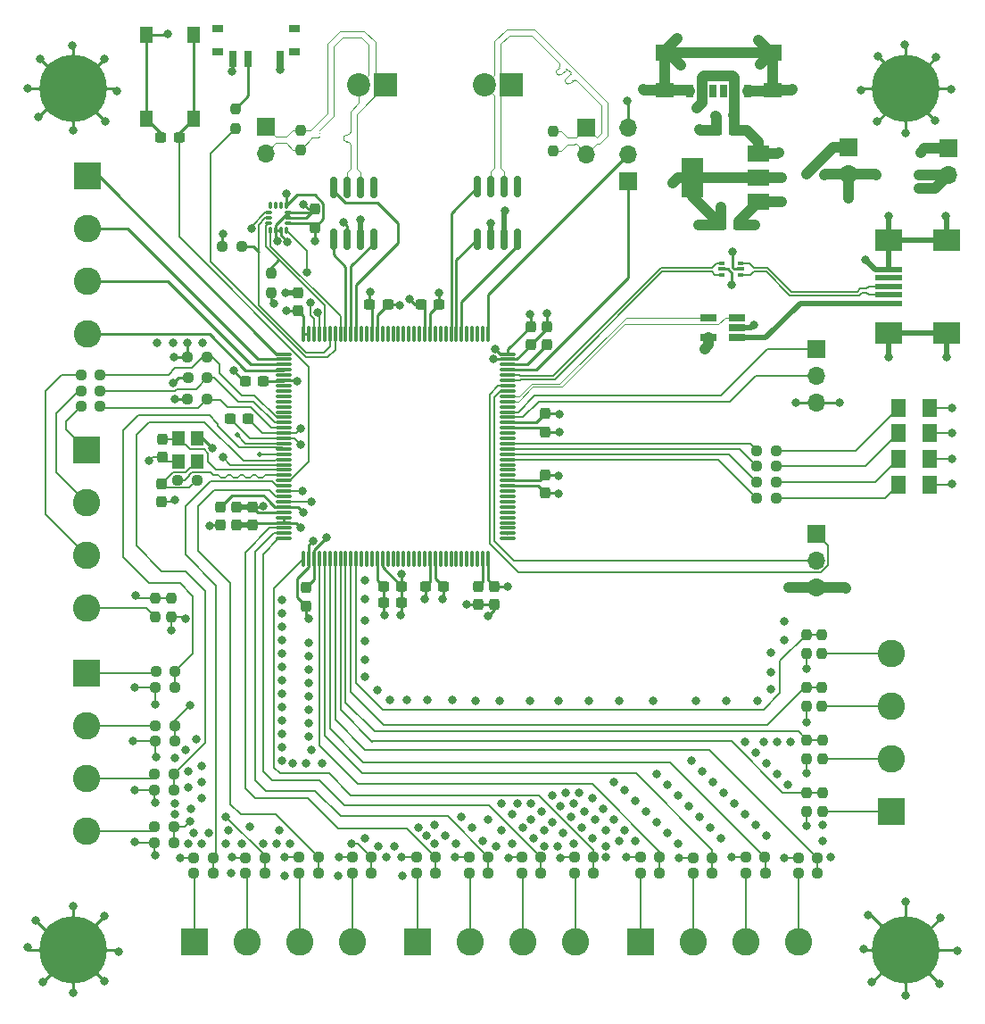
<source format=gbr>
%TF.GenerationSoftware,KiCad,Pcbnew,7.0.7*%
%TF.CreationDate,2024-06-15T17:22:07-05:00*%
%TF.ProjectId,Rev2.2,52657632-2e32-42e6-9b69-6361645f7063,rev?*%
%TF.SameCoordinates,Original*%
%TF.FileFunction,Copper,L1,Top*%
%TF.FilePolarity,Positive*%
%FSLAX46Y46*%
G04 Gerber Fmt 4.6, Leading zero omitted, Abs format (unit mm)*
G04 Created by KiCad (PCBNEW 7.0.7) date 2024-06-15 17:22:07*
%MOMM*%
%LPD*%
G01*
G04 APERTURE LIST*
G04 Aperture macros list*
%AMRoundRect*
0 Rectangle with rounded corners*
0 $1 Rounding radius*
0 $2 $3 $4 $5 $6 $7 $8 $9 X,Y pos of 4 corners*
0 Add a 4 corners polygon primitive as box body*
4,1,4,$2,$3,$4,$5,$6,$7,$8,$9,$2,$3,0*
0 Add four circle primitives for the rounded corners*
1,1,$1+$1,$2,$3*
1,1,$1+$1,$4,$5*
1,1,$1+$1,$6,$7*
1,1,$1+$1,$8,$9*
0 Add four rect primitives between the rounded corners*
20,1,$1+$1,$2,$3,$4,$5,0*
20,1,$1+$1,$4,$5,$6,$7,0*
20,1,$1+$1,$6,$7,$8,$9,0*
20,1,$1+$1,$8,$9,$2,$3,0*%
G04 Aperture macros list end*
%TA.AperFunction,SMDPad,CuDef*%
%ADD10RoundRect,0.237500X0.237500X-0.250000X0.237500X0.250000X-0.237500X0.250000X-0.237500X-0.250000X0*%
%TD*%
%TA.AperFunction,SMDPad,CuDef*%
%ADD11RoundRect,0.237500X-0.250000X-0.237500X0.250000X-0.237500X0.250000X0.237500X-0.250000X0.237500X0*%
%TD*%
%TA.AperFunction,SMDPad,CuDef*%
%ADD12RoundRect,0.237500X0.237500X-0.300000X0.237500X0.300000X-0.237500X0.300000X-0.237500X-0.300000X0*%
%TD*%
%TA.AperFunction,SMDPad,CuDef*%
%ADD13RoundRect,0.237500X-0.237500X0.250000X-0.237500X-0.250000X0.237500X-0.250000X0.237500X0.250000X0*%
%TD*%
%TA.AperFunction,SMDPad,CuDef*%
%ADD14RoundRect,0.237500X0.250000X0.237500X-0.250000X0.237500X-0.250000X-0.237500X0.250000X-0.237500X0*%
%TD*%
%TA.AperFunction,ComponentPad*%
%ADD15R,2.600000X2.600000*%
%TD*%
%TA.AperFunction,ComponentPad*%
%ADD16C,2.600000*%
%TD*%
%TA.AperFunction,SMDPad,CuDef*%
%ADD17RoundRect,0.237500X-0.300000X-0.237500X0.300000X-0.237500X0.300000X0.237500X-0.300000X0.237500X0*%
%TD*%
%TA.AperFunction,SMDPad,CuDef*%
%ADD18R,2.500000X0.500000*%
%TD*%
%TA.AperFunction,SMDPad,CuDef*%
%ADD19R,2.500000X2.000000*%
%TD*%
%TA.AperFunction,ComponentPad*%
%ADD20C,0.800000*%
%TD*%
%TA.AperFunction,ComponentPad*%
%ADD21C,6.400000*%
%TD*%
%TA.AperFunction,SMDPad,CuDef*%
%ADD22RoundRect,0.150000X0.150000X-0.825000X0.150000X0.825000X-0.150000X0.825000X-0.150000X-0.825000X0*%
%TD*%
%TA.AperFunction,SMDPad,CuDef*%
%ADD23RoundRect,0.237500X0.300000X0.237500X-0.300000X0.237500X-0.300000X-0.237500X0.300000X-0.237500X0*%
%TD*%
%TA.AperFunction,ComponentPad*%
%ADD24R,1.700000X1.700000*%
%TD*%
%TA.AperFunction,ComponentPad*%
%ADD25O,1.700000X1.700000*%
%TD*%
%TA.AperFunction,SMDPad,CuDef*%
%ADD26RoundRect,0.237500X-0.237500X0.300000X-0.237500X-0.300000X0.237500X-0.300000X0.237500X0.300000X0*%
%TD*%
%TA.AperFunction,SMDPad,CuDef*%
%ADD27RoundRect,0.250001X0.462499X0.624999X-0.462499X0.624999X-0.462499X-0.624999X0.462499X-0.624999X0*%
%TD*%
%TA.AperFunction,ComponentPad*%
%ADD28R,2.200000X2.200000*%
%TD*%
%TA.AperFunction,ComponentPad*%
%ADD29C,2.200000*%
%TD*%
%TA.AperFunction,SMDPad,CuDef*%
%ADD30R,1.300000X1.550000*%
%TD*%
%TA.AperFunction,SMDPad,CuDef*%
%ADD31R,0.500000X0.375000*%
%TD*%
%TA.AperFunction,SMDPad,CuDef*%
%ADD32R,0.650000X0.300000*%
%TD*%
%TA.AperFunction,SMDPad,CuDef*%
%ADD33R,1.560000X0.650000*%
%TD*%
%TA.AperFunction,SMDPad,CuDef*%
%ADD34RoundRect,0.075000X-0.662500X-0.075000X0.662500X-0.075000X0.662500X0.075000X-0.662500X0.075000X0*%
%TD*%
%TA.AperFunction,SMDPad,CuDef*%
%ADD35RoundRect,0.075000X-0.075000X-0.662500X0.075000X-0.662500X0.075000X0.662500X-0.075000X0.662500X0*%
%TD*%
%TA.AperFunction,SMDPad,CuDef*%
%ADD36R,1.200000X1.400000*%
%TD*%
%TA.AperFunction,SMDPad,CuDef*%
%ADD37RoundRect,0.087500X0.087500X-0.225000X0.087500X0.225000X-0.087500X0.225000X-0.087500X-0.225000X0*%
%TD*%
%TA.AperFunction,SMDPad,CuDef*%
%ADD38RoundRect,0.087500X0.225000X-0.087500X0.225000X0.087500X-0.225000X0.087500X-0.225000X-0.087500X0*%
%TD*%
%TA.AperFunction,SMDPad,CuDef*%
%ADD39R,0.700000X1.200000*%
%TD*%
%TA.AperFunction,SMDPad,CuDef*%
%ADD40R,0.760000X1.200000*%
%TD*%
%TA.AperFunction,SMDPad,CuDef*%
%ADD41R,0.800000X1.200000*%
%TD*%
%TA.AperFunction,SMDPad,CuDef*%
%ADD42R,1.800000X1.350000*%
%TD*%
%TA.AperFunction,SMDPad,CuDef*%
%ADD43R,1.800000X1.500000*%
%TD*%
%TA.AperFunction,SMDPad,CuDef*%
%ADD44R,1.000000X0.800000*%
%TD*%
%TA.AperFunction,SMDPad,CuDef*%
%ADD45R,0.700000X1.500000*%
%TD*%
%TA.AperFunction,SMDPad,CuDef*%
%ADD46R,2.000000X1.500000*%
%TD*%
%TA.AperFunction,SMDPad,CuDef*%
%ADD47R,2.000000X3.800000*%
%TD*%
%TA.AperFunction,ViaPad*%
%ADD48C,0.800000*%
%TD*%
%TA.AperFunction,ViaPad*%
%ADD49C,0.500000*%
%TD*%
%TA.AperFunction,Conductor*%
%ADD50C,0.250000*%
%TD*%
%TA.AperFunction,Conductor*%
%ADD51C,0.150000*%
%TD*%
%TA.AperFunction,Conductor*%
%ADD52C,1.000000*%
%TD*%
%TA.AperFunction,Conductor*%
%ADD53C,0.500000*%
%TD*%
%TA.AperFunction,Conductor*%
%ADD54C,0.200000*%
%TD*%
%TA.AperFunction,Conductor*%
%ADD55C,0.103100*%
%TD*%
%TA.AperFunction,Conductor*%
%ADD56C,0.100000*%
%TD*%
%TA.AperFunction,Conductor*%
%ADD57C,0.155400*%
%TD*%
G04 APERTURE END LIST*
D10*
%TO.P,R41,1*%
%TO.N,Net-(J8-Pin_1)*%
X178500000Y-133137500D03*
%TO.P,R41,2*%
%TO.N,A21*%
X178500000Y-131312500D03*
%TD*%
D11*
%TO.P,R8,1*%
%TO.N,Net-(J16-Pin_4)*%
X115162500Y-134575000D03*
%TO.P,R8,2*%
%TO.N,A8*%
X116987500Y-134575000D03*
%TD*%
D12*
%TO.P,C43,1*%
%TO.N,+3.3V*%
X124450000Y-105937500D03*
%TO.P,C43,2*%
%TO.N,GND*%
X124450000Y-104212500D03*
%TD*%
D13*
%TO.P,R51,1*%
%TO.N,A21*%
X177000000Y-131312500D03*
%TO.P,R51,2*%
%TO.N,GND*%
X177000000Y-133137500D03*
%TD*%
D14*
%TO.P,R48,1*%
%TO.N,A18*%
X168062500Y-137475000D03*
%TO.P,R48,2*%
%TO.N,GND*%
X166237500Y-137475000D03*
%TD*%
D15*
%TO.P,J13,1,Pin_1*%
%TO.N,Net-(J13-Pin_1)*%
X108675000Y-98825000D03*
D16*
%TO.P,J13,2,Pin_2*%
%TO.N,Net-(J13-Pin_2)*%
X108675000Y-103825000D03*
%TO.P,J13,3,Pin_3*%
%TO.N,Net-(J13-Pin_3)*%
X108675000Y-108825000D03*
%TO.P,J13,4,Pin_4*%
%TO.N,Net-(J13-Pin_4)*%
X108675000Y-113825000D03*
%TD*%
D17*
%TO.P,C39,1*%
%TO.N,+3.3V*%
X135562500Y-85000000D03*
%TO.P,C39,2*%
%TO.N,GND*%
X137287500Y-85000000D03*
%TD*%
D18*
%TO.P,J6,1,VBUS*%
%TO.N,/USB wiring/VBUS1*%
X184775000Y-84900000D03*
%TO.P,J6,2,D-*%
%TO.N,USBData->ESD-*%
X184775000Y-84100000D03*
%TO.P,J6,3,D+*%
%TO.N,USBData->ESD+*%
X184775000Y-83300000D03*
%TO.P,J6,4,ID*%
%TO.N,unconnected-(J6-ID-Pad4)*%
X184775000Y-82500000D03*
%TO.P,J6,5,GND*%
%TO.N,GND*%
X184775000Y-81700000D03*
D19*
%TO.P,J6,6,Shield*%
X184775000Y-87700000D03*
X190275000Y-87700000D03*
X184775000Y-78900000D03*
X190275000Y-78900000D03*
%TD*%
D20*
%TO.P,H4,1,1*%
%TO.N,GND*%
X184000000Y-64500000D03*
X184702944Y-62802944D03*
X184702944Y-66197056D03*
X186400000Y-62100000D03*
D21*
X186400000Y-64500000D03*
D20*
X186400000Y-66900000D03*
X188097056Y-62802944D03*
X188097056Y-66197056D03*
X188800000Y-64500000D03*
%TD*%
D22*
%TO.P,U4,1,TXD*%
%TO.N,CAN1_TX*%
X145795000Y-78800000D03*
%TO.P,U4,2,GND*%
%TO.N,GND*%
X147065000Y-78800000D03*
%TO.P,U4,3,VCC*%
%TO.N,+5V*%
X148335000Y-78800000D03*
%TO.P,U4,4,RXD*%
%TO.N,CAN1_RX*%
X149605000Y-78800000D03*
%TO.P,U4,5,NC*%
%TO.N,unconnected-(U4-NC-Pad5)*%
X149605000Y-73850000D03*
%TO.P,U4,6,CANL*%
%TO.N,/CAN1-*%
X148335000Y-73850000D03*
%TO.P,U4,7,CANH*%
%TO.N,/CAN1+*%
X147065000Y-73850000D03*
%TO.P,U4,8,S*%
%TO.N,Silent_Mode1*%
X145795000Y-73850000D03*
%TD*%
D14*
%TO.P,R33,1*%
%TO.N,A1*%
X120112500Y-90000000D03*
%TO.P,R33,2*%
%TO.N,GND*%
X118287500Y-90000000D03*
%TD*%
D11*
%TO.P,R10,1*%
%TO.N,Net-(J18-Pin_2)*%
X123762500Y-138950000D03*
%TO.P,R10,2*%
%TO.N,A10*%
X125587500Y-138950000D03*
%TD*%
D23*
%TO.P,C35,1*%
%TO.N,+3.3V*%
X142562500Y-111775000D03*
%TO.P,C35,2*%
%TO.N,GND*%
X140837500Y-111775000D03*
%TD*%
D14*
%TO.P,R50,1*%
%TO.N,A20*%
X178062500Y-137475000D03*
%TO.P,R50,2*%
%TO.N,GND*%
X176237500Y-137475000D03*
%TD*%
%TO.P,R29,1*%
%TO.N,A5*%
X117062500Y-121325000D03*
%TO.P,R29,2*%
%TO.N,GND*%
X115237500Y-121325000D03*
%TD*%
D24*
%TO.P,J12,1,Pin_1*%
%TO.N,+5V*%
X190500000Y-70226000D03*
D25*
%TO.P,J12,2,Pin_2*%
%TO.N,GND*%
X190500000Y-72766000D03*
%TD*%
D11*
%TO.P,R7,1*%
%TO.N,Net-(J16-Pin_3)*%
X115162500Y-129575000D03*
%TO.P,R7,2*%
%TO.N,A7*%
X116987500Y-129575000D03*
%TD*%
D14*
%TO.P,R23,1*%
%TO.N,A15*%
X151812500Y-137450000D03*
%TO.P,R23,2*%
%TO.N,GND*%
X149987500Y-137450000D03*
%TD*%
D26*
%TO.P,C37,1*%
%TO.N,+3.3V*%
X150825000Y-87137500D03*
%TO.P,C37,2*%
%TO.N,GND*%
X150825000Y-88862500D03*
%TD*%
D27*
%TO.P,D2,1,K*%
%TO.N,GND*%
X188700000Y-99675000D03*
%TO.P,D2,2,A*%
%TO.N,Net-(D2-A)*%
X185725000Y-99675000D03*
%TD*%
D28*
%TO.P,J2,1,Pin_1*%
%TO.N,/CAN2-*%
X137050000Y-64225000D03*
D29*
%TO.P,J2,2,Pin_2*%
%TO.N,/CAN2+*%
X134510000Y-64225000D03*
%TD*%
D11*
%TO.P,R45,1*%
%TO.N,+3.3V*%
X121562500Y-79500000D03*
%TO.P,R45,2*%
%TO.N,LSM6DSOX_SCL*%
X123387500Y-79500000D03*
%TD*%
D14*
%TO.P,R58,1*%
%TO.N,Net-(D4-A)*%
X174137500Y-98875000D03*
%TO.P,R58,2*%
%TO.N,Net-(U1-PG6)*%
X172312500Y-98875000D03*
%TD*%
D17*
%TO.P,C32,1*%
%TO.N,+3.3V*%
X168853500Y-77500000D03*
%TO.P,C32,2*%
%TO.N,GND*%
X170578500Y-77500000D03*
%TD*%
D15*
%TO.P,J7,1,Pin_1*%
%TO.N,GPIO1*%
X108750000Y-72850000D03*
D16*
%TO.P,J7,2,Pin_2*%
%TO.N,GPIO2*%
X108750000Y-77850000D03*
%TO.P,J7,3,Pin_3*%
%TO.N,GPIO3*%
X108750000Y-82850000D03*
%TO.P,J7,4,Pin_4*%
%TO.N,GPIO4*%
X108750000Y-87850000D03*
%TD*%
D15*
%TO.P,J16,1,Pin_1*%
%TO.N,Net-(J16-Pin_1)*%
X108675000Y-119950000D03*
D16*
%TO.P,J16,2,Pin_2*%
%TO.N,Net-(J16-Pin_2)*%
X108675000Y-124950000D03*
%TO.P,J16,3,Pin_3*%
%TO.N,Net-(J16-Pin_3)*%
X108675000Y-129950000D03*
%TO.P,J16,4,Pin_4*%
%TO.N,Net-(J16-Pin_4)*%
X108675000Y-134950000D03*
%TD*%
D20*
%TO.P,H1,1,1*%
%TO.N,GND*%
X105000000Y-64500000D03*
X105702944Y-62802944D03*
X105702944Y-66197056D03*
X107400000Y-62100000D03*
D21*
X107400000Y-64500000D03*
D20*
X107400000Y-66900000D03*
X109097056Y-62802944D03*
X109097056Y-66197056D03*
X109800000Y-64500000D03*
%TD*%
D14*
%TO.P,R19,1*%
%TO.N,A11*%
X130687500Y-137450000D03*
%TO.P,R19,2*%
%TO.N,GND*%
X128862500Y-137450000D03*
%TD*%
D11*
%TO.P,R16,1*%
%TO.N,Net-(J17-Pin_4)*%
X154987500Y-138950000D03*
%TO.P,R16,2*%
%TO.N,A16*%
X156812500Y-138950000D03*
%TD*%
D20*
%TO.P,H2,1,1*%
%TO.N,GND*%
X105000000Y-146200000D03*
X105702944Y-144502944D03*
X105702944Y-147897056D03*
X107400000Y-143800000D03*
D21*
X107400000Y-146200000D03*
D20*
X107400000Y-148600000D03*
X109097056Y-144502944D03*
X109097056Y-147897056D03*
X109800000Y-146200000D03*
%TD*%
D15*
%TO.P,J9,1,Pin_1*%
%TO.N,Net-(J9-Pin_1)*%
X161275000Y-145475000D03*
D16*
%TO.P,J9,2,Pin_2*%
%TO.N,Net-(J9-Pin_2)*%
X166275000Y-145475000D03*
%TO.P,J9,3,Pin_3*%
%TO.N,Net-(J9-Pin_3)*%
X171275000Y-145475000D03*
%TO.P,J9,4,Pin_4*%
%TO.N,Net-(J9-Pin_4)*%
X176275000Y-145475000D03*
%TD*%
D14*
%TO.P,R55,1*%
%TO.N,Net-(D1-A)*%
X174137500Y-103375000D03*
%TO.P,R55,2*%
%TO.N,Net-(U1-PG3)*%
X172312500Y-103375000D03*
%TD*%
%TO.P,R20,1*%
%TO.N,A12*%
X135712500Y-137450000D03*
%TO.P,R20,2*%
%TO.N,GND*%
X133887500Y-137450000D03*
%TD*%
D24*
%TO.P,J3,1,Pin_1*%
%TO.N,/CAN1-*%
X156125000Y-68250000D03*
D25*
%TO.P,J3,2,Pin_2*%
%TO.N,/CAN1+*%
X156125000Y-70790000D03*
%TD*%
D24*
%TO.P,J11,1,Pin_1*%
%TO.N,+3.3V*%
X180975000Y-70104000D03*
D25*
%TO.P,J11,2,Pin_2*%
%TO.N,GND*%
X180975000Y-72644000D03*
%TD*%
D14*
%TO.P,R57,1*%
%TO.N,Net-(D3-A)*%
X174137500Y-100375000D03*
%TO.P,R57,2*%
%TO.N,Net-(U1-PG5)*%
X172312500Y-100375000D03*
%TD*%
D26*
%TO.P,C27,1*%
%TO.N,HSE_IN*%
X115850000Y-97812500D03*
%TO.P,C27,2*%
%TO.N,GND*%
X115850000Y-99537500D03*
%TD*%
D30*
%TO.P,SW5,1,1*%
%TO.N,GND*%
X114350000Y-67380000D03*
X114350000Y-59420000D03*
%TO.P,SW5,2,2*%
%TO.N,NRST*%
X118850000Y-67380000D03*
X118850000Y-59420000D03*
%TD*%
D27*
%TO.P,D3,1,K*%
%TO.N,GND*%
X188687500Y-97250000D03*
%TO.P,D3,2,A*%
%TO.N,Net-(D3-A)*%
X185712500Y-97250000D03*
%TD*%
D15*
%TO.P,J18,1,Pin_1*%
%TO.N,Net-(J18-Pin_1)*%
X118900000Y-145455000D03*
D16*
%TO.P,J18,2,Pin_2*%
%TO.N,Net-(J18-Pin_2)*%
X123900000Y-145455000D03*
%TO.P,J18,3,Pin_3*%
%TO.N,Net-(J18-Pin_3)*%
X128900000Y-145455000D03*
%TO.P,J18,4,Pin_4*%
%TO.N,Net-(J18-Pin_4)*%
X133900000Y-145455000D03*
%TD*%
D14*
%TO.P,R35,1*%
%TO.N,A3*%
X120087500Y-94025000D03*
%TO.P,R35,2*%
%TO.N,GND*%
X118262500Y-94025000D03*
%TD*%
D23*
%TO.P,C34,1*%
%TO.N,+3.3V*%
X138612500Y-111775000D03*
%TO.P,C34,2*%
%TO.N,GND*%
X136887500Y-111775000D03*
%TD*%
D13*
%TO.P,R1,1*%
%TO.N,/CAN2-*%
X128975000Y-68512500D03*
%TO.P,R1,2*%
%TO.N,/CAN2+*%
X128975000Y-70337500D03*
%TD*%
D26*
%TO.P,C31,1*%
%TO.N,Net-(C31-Pad1)*%
X115825000Y-102012500D03*
%TO.P,C31,2*%
%TO.N,GND*%
X115825000Y-103737500D03*
%TD*%
D17*
%TO.P,C25,1*%
%TO.N,+3.3V*%
X122312500Y-95875000D03*
%TO.P,C25,2*%
%TO.N,GND*%
X124037500Y-95875000D03*
%TD*%
D26*
%TO.P,C36,1*%
%TO.N,+3.3V*%
X147400000Y-111762500D03*
%TO.P,C36,2*%
%TO.N,GND*%
X147400000Y-113487500D03*
%TD*%
D14*
%TO.P,R24,1*%
%TO.N,A16*%
X156812500Y-137450000D03*
%TO.P,R24,2*%
%TO.N,GND*%
X154987500Y-137450000D03*
%TD*%
D27*
%TO.P,D4,1,K*%
%TO.N,GND*%
X188687500Y-94825000D03*
%TO.P,D4,2,A*%
%TO.N,Net-(D4-A)*%
X185712500Y-94825000D03*
%TD*%
D15*
%TO.P,J8,1,Pin_1*%
%TO.N,Net-(J8-Pin_1)*%
X185030000Y-133150000D03*
D16*
%TO.P,J8,2,Pin_2*%
%TO.N,Net-(J8-Pin_2)*%
X185030000Y-128150000D03*
%TO.P,J8,3,Pin_3*%
%TO.N,Net-(J8-Pin_3)*%
X185030000Y-123150000D03*
%TO.P,J8,4,Pin_4*%
%TO.N,Net-(J8-Pin_4)*%
X185030000Y-118150000D03*
%TD*%
D14*
%TO.P,R34,1*%
%TO.N,A2*%
X120137500Y-92000000D03*
%TO.P,R34,2*%
%TO.N,GND*%
X118312500Y-92000000D03*
%TD*%
D24*
%TO.P,J1,1,Pin_1*%
%TO.N,/CAN2-*%
X125700000Y-68150000D03*
D25*
%TO.P,J1,2,Pin_2*%
%TO.N,/CAN2+*%
X125700000Y-70690000D03*
%TD*%
D14*
%TO.P,R31,1*%
%TO.N,A7*%
X116987500Y-131075000D03*
%TO.P,R31,2*%
%TO.N,GND*%
X115162500Y-131075000D03*
%TD*%
D11*
%TO.P,R11,1*%
%TO.N,Net-(J18-Pin_3)*%
X128862500Y-138950000D03*
%TO.P,R11,2*%
%TO.N,A11*%
X130687500Y-138950000D03*
%TD*%
D13*
%TO.P,R2,1*%
%TO.N,/CAN1-*%
X152975000Y-68612500D03*
%TO.P,R2,2*%
%TO.N,/CAN1+*%
X152975000Y-70437500D03*
%TD*%
D11*
%TO.P,R40,1*%
%TO.N,Net-(J9-Pin_4)*%
X176237500Y-138975000D03*
%TO.P,R40,2*%
%TO.N,A20*%
X178062500Y-138975000D03*
%TD*%
D24*
%TO.P,J15,1,Pin_1*%
%TO.N,USART6_RX*%
X177950000Y-89270000D03*
D25*
%TO.P,J15,2,Pin_2*%
%TO.N,USART6_TX*%
X177950000Y-91810000D03*
%TO.P,J15,3,Pin_3*%
%TO.N,GND*%
X177950000Y-94350000D03*
%TD*%
D11*
%TO.P,R15,1*%
%TO.N,Net-(J17-Pin_3)*%
X149987500Y-138950000D03*
%TO.P,R15,2*%
%TO.N,A15*%
X151812500Y-138950000D03*
%TD*%
D24*
%TO.P,J5,1,Pin_1*%
%TO.N,SYS_JTMS_SWDIO*%
X160075000Y-73325000D03*
D25*
%TO.P,J5,2,Pin_2*%
%TO.N,SYS_JTCK_SWCLK*%
X160075000Y-70785000D03*
%TO.P,J5,3,Pin_3*%
%TO.N,GND*%
X160075000Y-68245000D03*
%TD*%
D31*
%TO.P,U10,1,I/O1*%
%TO.N,USBData->ESD-*%
X170710000Y-82212500D03*
D32*
%TO.P,U10,2,GND*%
%TO.N,GND*%
X170785000Y-81675000D03*
D31*
%TO.P,U10,3,I/O2*%
%TO.N,USBData->ESD+*%
X170710000Y-81137500D03*
%TO.P,U10,4,I/O2*%
%TO.N,USB_DATA+*%
X169010000Y-81137500D03*
D32*
%TO.P,U10,5,VBUS*%
%TO.N,+5V*%
X168935000Y-81675000D03*
D31*
%TO.P,U10,6,I/O1*%
%TO.N,USB_DATA-*%
X169010000Y-82212500D03*
%TD*%
D17*
%TO.P,C38,1*%
%TO.N,+3.3V*%
X140412500Y-85000000D03*
%TO.P,C38,2*%
%TO.N,GND*%
X142137500Y-85000000D03*
%TD*%
D13*
%TO.P,R53,1*%
%TO.N,A23*%
X176975000Y-121337500D03*
%TO.P,R53,2*%
%TO.N,GND*%
X176975000Y-123162500D03*
%TD*%
%TO.P,R36,1*%
%TO.N,A4*%
X116725000Y-112837500D03*
%TO.P,R36,2*%
%TO.N,GND*%
X116725000Y-114662500D03*
%TD*%
D14*
%TO.P,R22,1*%
%TO.N,A14*%
X146812500Y-137450000D03*
%TO.P,R22,2*%
%TO.N,GND*%
X144987500Y-137450000D03*
%TD*%
D15*
%TO.P,J17,1,Pin_1*%
%TO.N,Net-(J17-Pin_1)*%
X140075000Y-145475000D03*
D16*
%TO.P,J17,2,Pin_2*%
%TO.N,Net-(J17-Pin_2)*%
X145075000Y-145475000D03*
%TO.P,J17,3,Pin_3*%
%TO.N,Net-(J17-Pin_3)*%
X150075000Y-145475000D03*
%TO.P,J17,4,Pin_4*%
%TO.N,Net-(J17-Pin_4)*%
X155075000Y-145475000D03*
%TD*%
D23*
%TO.P,C41,1*%
%TO.N,+3.3V*%
X125462500Y-92275000D03*
%TO.P,C41,2*%
%TO.N,GND*%
X123737500Y-92275000D03*
%TD*%
D10*
%TO.P,R42,1*%
%TO.N,Net-(J8-Pin_2)*%
X178500000Y-128137500D03*
%TO.P,R42,2*%
%TO.N,A22*%
X178500000Y-126312500D03*
%TD*%
%TO.P,R44,1*%
%TO.N,Net-(J8-Pin_4)*%
X178450000Y-118162500D03*
%TO.P,R44,2*%
%TO.N,A24*%
X178450000Y-116337500D03*
%TD*%
D33*
%TO.P,U9,1,OUT*%
%TO.N,/USB wiring/VBUS1*%
X170435000Y-88150000D03*
%TO.P,U9,2,GND*%
%TO.N,GND*%
X170435000Y-87200000D03*
%TO.P,U9,3,FAULT*%
%TO.N,STMPS2151STR_FAULT*%
X170435000Y-86250000D03*
%TO.P,U9,4,EN*%
%TO.N,STMPS2151STR_EN*%
X167735000Y-86250000D03*
%TO.P,U9,5,VIN*%
%TO.N,+5V*%
X167735000Y-88150000D03*
%TD*%
D34*
%TO.P,U1,1,PE2*%
%TO.N,GPIO1*%
X127362500Y-89725000D03*
%TO.P,U1,2,PE3*%
%TO.N,GPIO2*%
X127362500Y-90225000D03*
%TO.P,U1,3,PE4*%
%TO.N,GPIO3*%
X127362500Y-90725000D03*
%TO.P,U1,4,PE5*%
%TO.N,GPIO4*%
X127362500Y-91225000D03*
%TO.P,U1,5,PE6*%
%TO.N,unconnected-(U1-PE6-Pad5)*%
X127362500Y-91725000D03*
%TO.P,U1,6,VBAT*%
%TO.N,+3.3V*%
X127362500Y-92225000D03*
%TO.P,U1,7,PC13*%
%TO.N,unconnected-(U1-PC13-Pad7)*%
X127362500Y-92725000D03*
%TO.P,U1,8,PC14*%
%TO.N,unconnected-(U1-PC14-Pad8)*%
X127362500Y-93225000D03*
%TO.P,U1,9,PC15*%
%TO.N,unconnected-(U1-PC15-Pad9)*%
X127362500Y-93725000D03*
%TO.P,U1,10,PF0*%
%TO.N,unconnected-(U1-PF0-Pad10)*%
X127362500Y-94225000D03*
%TO.P,U1,11,PF1*%
%TO.N,unconnected-(U1-PF1-Pad11)*%
X127362500Y-94725000D03*
%TO.P,U1,12,PF2*%
%TO.N,unconnected-(U1-PF2-Pad12)*%
X127362500Y-95225000D03*
%TO.P,U1,13,PF3*%
%TO.N,A1*%
X127362500Y-95725000D03*
%TO.P,U1,14,PF4*%
%TO.N,A2*%
X127362500Y-96225000D03*
%TO.P,U1,15,PF5*%
%TO.N,A3*%
X127362500Y-96725000D03*
%TO.P,U1,16,VSS*%
%TO.N,GND*%
X127362500Y-97225000D03*
%TO.P,U1,17,VDD*%
%TO.N,+3.3V*%
X127362500Y-97725000D03*
%TO.P,U1,18,PF6*%
%TO.N,A4*%
X127362500Y-98225000D03*
%TO.P,U1,19,PF7*%
%TO.N,A5*%
X127362500Y-98725000D03*
%TO.P,U1,20,PF8*%
%TO.N,A6*%
X127362500Y-99225000D03*
%TO.P,U1,21,PF9*%
%TO.N,A7*%
X127362500Y-99725000D03*
%TO.P,U1,22,PF10*%
%TO.N,A8*%
X127362500Y-100225000D03*
%TO.P,U1,23,PH0*%
%TO.N,HSE_IN*%
X127362500Y-100725000D03*
%TO.P,U1,24,PH1*%
%TO.N,HSE_OUT*%
X127362500Y-101225000D03*
%TO.P,U1,25,NRST*%
%TO.N,NRST*%
X127362500Y-101725000D03*
%TO.P,U1,26,PC0*%
%TO.N,A9*%
X127362500Y-102225000D03*
%TO.P,U1,27,PC1*%
%TO.N,A10*%
X127362500Y-102725000D03*
%TO.P,U1,28,PC2*%
%TO.N,A11*%
X127362500Y-103225000D03*
%TO.P,U1,29,PC3*%
%TO.N,A12*%
X127362500Y-103725000D03*
%TO.P,U1,30,VDD*%
%TO.N,+3.3V*%
X127362500Y-104225000D03*
%TO.P,U1,31,VSSA*%
%TO.N,GND*%
X127362500Y-104725000D03*
%TO.P,U1,32,VREF+*%
%TO.N,+3.3V*%
X127362500Y-105225000D03*
%TO.P,U1,33,VDDA*%
X127362500Y-105725000D03*
%TO.P,U1,34,PA0*%
%TO.N,A13*%
X127362500Y-106225000D03*
%TO.P,U1,35,PA1*%
%TO.N,A14*%
X127362500Y-106725000D03*
%TO.P,U1,36,PA2*%
%TO.N,A15*%
X127362500Y-107225000D03*
D35*
%TO.P,U1,37,PA3*%
%TO.N,A16*%
X129275000Y-109137500D03*
%TO.P,U1,38,VSS*%
%TO.N,GND*%
X129775000Y-109137500D03*
%TO.P,U1,39,VDD*%
%TO.N,+3.3V*%
X130275000Y-109137500D03*
%TO.P,U1,40,PA4*%
%TO.N,A17*%
X130775000Y-109137500D03*
%TO.P,U1,41,PA5*%
%TO.N,A18*%
X131275000Y-109137500D03*
%TO.P,U1,42,PA6*%
%TO.N,A19*%
X131775000Y-109137500D03*
%TO.P,U1,43,PA7*%
%TO.N,A20*%
X132275000Y-109137500D03*
%TO.P,U1,44,PC4*%
%TO.N,A21*%
X132775000Y-109137500D03*
%TO.P,U1,45,PC5*%
%TO.N,A22*%
X133275000Y-109137500D03*
%TO.P,U1,46,PB0*%
%TO.N,A23*%
X133775000Y-109137500D03*
%TO.P,U1,47,PB1*%
%TO.N,A24*%
X134275000Y-109137500D03*
%TO.P,U1,48,PB2*%
%TO.N,unconnected-(U1-PB2-Pad48)*%
X134775000Y-109137500D03*
%TO.P,U1,49,PF11*%
%TO.N,unconnected-(U1-PF11-Pad49)*%
X135275000Y-109137500D03*
%TO.P,U1,50,PF12*%
%TO.N,unconnected-(U1-PF12-Pad50)*%
X135775000Y-109137500D03*
%TO.P,U1,51,VSS*%
%TO.N,GND*%
X136275000Y-109137500D03*
%TO.P,U1,52,VDD*%
%TO.N,+3.3V*%
X136775000Y-109137500D03*
%TO.P,U1,53,PF13*%
%TO.N,unconnected-(U1-PF13-Pad53)*%
X137275000Y-109137500D03*
%TO.P,U1,54,PF14*%
%TO.N,unconnected-(U1-PF14-Pad54)*%
X137775000Y-109137500D03*
%TO.P,U1,55,PF15*%
%TO.N,unconnected-(U1-PF15-Pad55)*%
X138275000Y-109137500D03*
%TO.P,U1,56,PG0*%
%TO.N,unconnected-(U1-PG0-Pad56)*%
X138775000Y-109137500D03*
%TO.P,U1,57,PG1*%
%TO.N,unconnected-(U1-PG1-Pad57)*%
X139275000Y-109137500D03*
%TO.P,U1,58,PE7*%
%TO.N,unconnected-(U1-PE7-Pad58)*%
X139775000Y-109137500D03*
%TO.P,U1,59,PE8*%
%TO.N,unconnected-(U1-PE8-Pad59)*%
X140275000Y-109137500D03*
%TO.P,U1,60,PE9*%
%TO.N,unconnected-(U1-PE9-Pad60)*%
X140775000Y-109137500D03*
%TO.P,U1,61,VSS*%
%TO.N,GND*%
X141275000Y-109137500D03*
%TO.P,U1,62,VDD*%
%TO.N,+3.3V*%
X141775000Y-109137500D03*
%TO.P,U1,63,PE10*%
%TO.N,unconnected-(U1-PE10-Pad63)*%
X142275000Y-109137500D03*
%TO.P,U1,64,PE11*%
%TO.N,unconnected-(U1-PE11-Pad64)*%
X142775000Y-109137500D03*
%TO.P,U1,65,PE12*%
%TO.N,unconnected-(U1-PE12-Pad65)*%
X143275000Y-109137500D03*
%TO.P,U1,66,PE13*%
%TO.N,unconnected-(U1-PE13-Pad66)*%
X143775000Y-109137500D03*
%TO.P,U1,67,PE14*%
%TO.N,unconnected-(U1-PE14-Pad67)*%
X144275000Y-109137500D03*
%TO.P,U1,68,PE15*%
%TO.N,unconnected-(U1-PE15-Pad68)*%
X144775000Y-109137500D03*
%TO.P,U1,69,PB10*%
%TO.N,unconnected-(U1-PB10-Pad69)*%
X145275000Y-109137500D03*
%TO.P,U1,70,PB11*%
%TO.N,unconnected-(U1-PB11-Pad70)*%
X145775000Y-109137500D03*
%TO.P,U1,71,VCAP_1*%
%TO.N,VCAP_1*%
X146275000Y-109137500D03*
%TO.P,U1,72,VDD*%
%TO.N,+3.3V*%
X146775000Y-109137500D03*
D34*
%TO.P,U1,73,PB12*%
%TO.N,unconnected-(U1-PB12-Pad73)*%
X148687500Y-107225000D03*
%TO.P,U1,74,PB13*%
%TO.N,unconnected-(U1-PB13-Pad74)*%
X148687500Y-106725000D03*
%TO.P,U1,75,PB14*%
%TO.N,unconnected-(U1-PB14-Pad75)*%
X148687500Y-106225000D03*
%TO.P,U1,76,PB15*%
%TO.N,unconnected-(U1-PB15-Pad76)*%
X148687500Y-105725000D03*
%TO.P,U1,77,PD8*%
%TO.N,unconnected-(U1-PD8-Pad77)*%
X148687500Y-105225000D03*
%TO.P,U1,78,PD9*%
%TO.N,unconnected-(U1-PD9-Pad78)*%
X148687500Y-104725000D03*
%TO.P,U1,79,PD10*%
%TO.N,unconnected-(U1-PD10-Pad79)*%
X148687500Y-104225000D03*
%TO.P,U1,80,PD11*%
%TO.N,unconnected-(U1-PD11-Pad80)*%
X148687500Y-103725000D03*
%TO.P,U1,81,PD12*%
%TO.N,unconnected-(U1-PD12-Pad81)*%
X148687500Y-103225000D03*
%TO.P,U1,82,PD13*%
%TO.N,unconnected-(U1-PD13-Pad82)*%
X148687500Y-102725000D03*
%TO.P,U1,83,VSS*%
%TO.N,GND*%
X148687500Y-102225000D03*
%TO.P,U1,84,VDD*%
%TO.N,+3.3V*%
X148687500Y-101725000D03*
%TO.P,U1,85,PD14*%
%TO.N,unconnected-(U1-PD14-Pad85)*%
X148687500Y-101225000D03*
%TO.P,U1,86,PD15*%
%TO.N,unconnected-(U1-PD15-Pad86)*%
X148687500Y-100725000D03*
%TO.P,U1,87,PG2*%
%TO.N,unconnected-(U1-PG2-Pad87)*%
X148687500Y-100225000D03*
%TO.P,U1,88,PG3*%
%TO.N,Net-(U1-PG3)*%
X148687500Y-99725000D03*
%TO.P,U1,89,PG4*%
%TO.N,Net-(U1-PG4)*%
X148687500Y-99225000D03*
%TO.P,U1,90,PG5*%
%TO.N,Net-(U1-PG5)*%
X148687500Y-98725000D03*
%TO.P,U1,91,PG6*%
%TO.N,Net-(U1-PG6)*%
X148687500Y-98225000D03*
%TO.P,U1,92,PG7*%
%TO.N,unconnected-(U1-PG7-Pad92)*%
X148687500Y-97725000D03*
%TO.P,U1,93,PG8*%
%TO.N,unconnected-(U1-PG8-Pad93)*%
X148687500Y-97225000D03*
%TO.P,U1,94,VSS*%
%TO.N,GND*%
X148687500Y-96725000D03*
%TO.P,U1,95,VDD*%
%TO.N,+3.3V*%
X148687500Y-96225000D03*
%TO.P,U1,96,PC6*%
%TO.N,USART6_TX*%
X148687500Y-95725000D03*
%TO.P,U1,97,PC7*%
%TO.N,USART6_RX*%
X148687500Y-95225000D03*
%TO.P,U1,98,PC8*%
%TO.N,unconnected-(U1-PC8-Pad98)*%
X148687500Y-94725000D03*
%TO.P,U1,99,PC9*%
%TO.N,STMPS2151STR_FAULT*%
X148687500Y-94225000D03*
%TO.P,U1,100,PA8*%
%TO.N,STMPS2151STR_EN*%
X148687500Y-93725000D03*
%TO.P,U1,101,PA9*%
%TO.N,USART1_TX*%
X148687500Y-93225000D03*
%TO.P,U1,102,PA10*%
%TO.N,USART1_RX*%
X148687500Y-92725000D03*
%TO.P,U1,103,PA11*%
%TO.N,USB_DATA-*%
X148687500Y-92225000D03*
%TO.P,U1,104,PA12*%
%TO.N,USB_DATA+*%
X148687500Y-91725000D03*
%TO.P,U1,105,PA13*%
%TO.N,SYS_JTMS_SWDIO*%
X148687500Y-91225000D03*
%TO.P,U1,106,VCAP_2*%
%TO.N,VCAP_2*%
X148687500Y-90725000D03*
%TO.P,U1,107,VSS*%
%TO.N,GND*%
X148687500Y-90225000D03*
%TO.P,U1,108,VDD*%
%TO.N,+3.3V*%
X148687500Y-89725000D03*
D35*
%TO.P,U1,109,PA14*%
%TO.N,SYS_JTCK_SWCLK*%
X146775000Y-87812500D03*
%TO.P,U1,110,PA15*%
%TO.N,unconnected-(U1-PA15-Pad110)*%
X146275000Y-87812500D03*
%TO.P,U1,111,PC10*%
%TO.N,unconnected-(U1-PC10-Pad111)*%
X145775000Y-87812500D03*
%TO.P,U1,112,PC11*%
%TO.N,unconnected-(U1-PC11-Pad112)*%
X145275000Y-87812500D03*
%TO.P,U1,113,PC12*%
%TO.N,unconnected-(U1-PC12-Pad113)*%
X144775000Y-87812500D03*
%TO.P,U1,114,PD0*%
%TO.N,CAN1_RX*%
X144275000Y-87812500D03*
%TO.P,U1,115,PD1*%
%TO.N,CAN1_TX*%
X143775000Y-87812500D03*
%TO.P,U1,116,PD2*%
%TO.N,Silent_Mode1*%
X143275000Y-87812500D03*
%TO.P,U1,117,PD3*%
%TO.N,unconnected-(U1-PD3-Pad117)*%
X142775000Y-87812500D03*
%TO.P,U1,118,PD4*%
%TO.N,unconnected-(U1-PD4-Pad118)*%
X142275000Y-87812500D03*
%TO.P,U1,119,PD5*%
%TO.N,unconnected-(U1-PD5-Pad119)*%
X141775000Y-87812500D03*
%TO.P,U1,120,VSS*%
%TO.N,GND*%
X141275000Y-87812500D03*
%TO.P,U1,121,VDD*%
%TO.N,+3.3V*%
X140775000Y-87812500D03*
%TO.P,U1,122,PD6*%
%TO.N,unconnected-(U1-PD6-Pad122)*%
X140275000Y-87812500D03*
%TO.P,U1,123,PD7*%
%TO.N,unconnected-(U1-PD7-Pad123)*%
X139775000Y-87812500D03*
%TO.P,U1,124,PG9*%
%TO.N,unconnected-(U1-PG9-Pad124)*%
X139275000Y-87812500D03*
%TO.P,U1,125,PG10*%
%TO.N,unconnected-(U1-PG10-Pad125)*%
X138775000Y-87812500D03*
%TO.P,U1,126,PG11*%
%TO.N,unconnected-(U1-PG11-Pad126)*%
X138275000Y-87812500D03*
%TO.P,U1,127,PG12*%
%TO.N,unconnected-(U1-PG12-Pad127)*%
X137775000Y-87812500D03*
%TO.P,U1,128,PG13*%
%TO.N,unconnected-(U1-PG13-Pad128)*%
X137275000Y-87812500D03*
%TO.P,U1,129,PG14*%
%TO.N,unconnected-(U1-PG14-Pad129)*%
X136775000Y-87812500D03*
%TO.P,U1,130,VSS*%
%TO.N,GND*%
X136275000Y-87812500D03*
%TO.P,U1,131,VDD*%
%TO.N,+3.3V*%
X135775000Y-87812500D03*
%TO.P,U1,132,PG15*%
%TO.N,unconnected-(U1-PG15-Pad132)*%
X135275000Y-87812500D03*
%TO.P,U1,133,PB3*%
%TO.N,unconnected-(U1-PB3-Pad133)*%
X134775000Y-87812500D03*
%TO.P,U1,134,PB4*%
%TO.N,Silent_Mode2*%
X134275000Y-87812500D03*
%TO.P,U1,135,PB5*%
%TO.N,CAN2_RX*%
X133775000Y-87812500D03*
%TO.P,U1,136,PB6*%
%TO.N,CAN2_TX*%
X133275000Y-87812500D03*
%TO.P,U1,137,PB7*%
%TO.N,LSM6DSOX_SDO*%
X132775000Y-87812500D03*
%TO.P,U1,138,BOOT0*%
%TO.N,BOOT0*%
X132275000Y-87812500D03*
%TO.P,U1,139,PB8*%
%TO.N,LSM6DSOX_SCL*%
X131775000Y-87812500D03*
%TO.P,U1,140,PB9*%
%TO.N,LSM6DSOX_SDA*%
X131275000Y-87812500D03*
%TO.P,U1,141,PE0*%
%TO.N,LSM6DSOX_CS*%
X130775000Y-87812500D03*
%TO.P,U1,142,PE1*%
%TO.N,LSM6DSOX_int1*%
X130275000Y-87812500D03*
%TO.P,U1,143,PDR_ON*%
%TO.N,+3.3V*%
X129775000Y-87812500D03*
%TO.P,U1,144,VDD*%
X129275000Y-87812500D03*
%TD*%
D13*
%TO.P,R52,1*%
%TO.N,A22*%
X177000000Y-126312500D03*
%TO.P,R52,2*%
%TO.N,GND*%
X177000000Y-128137500D03*
%TD*%
D28*
%TO.P,J4,1,Pin_1*%
%TO.N,/CAN1-*%
X148970000Y-64225000D03*
D29*
%TO.P,J4,2,Pin_2*%
%TO.N,/CAN1+*%
X146430000Y-64225000D03*
%TD*%
D27*
%TO.P,D1,1,K*%
%TO.N,GND*%
X188712500Y-102100000D03*
%TO.P,D1,2,A*%
%TO.N,Net-(D1-A)*%
X185737500Y-102100000D03*
%TD*%
D12*
%TO.P,C40,1*%
%TO.N,+3.3V*%
X128775000Y-85612500D03*
%TO.P,C40,2*%
%TO.N,GND*%
X128775000Y-83887500D03*
%TD*%
D14*
%TO.P,R49,1*%
%TO.N,A19*%
X173075000Y-137450000D03*
%TO.P,R49,2*%
%TO.N,GND*%
X171250000Y-137450000D03*
%TD*%
D23*
%TO.P,C45,1*%
%TO.N,NRST*%
X117462500Y-69200000D03*
%TO.P,C45,2*%
%TO.N,GND*%
X115737500Y-69200000D03*
%TD*%
D14*
%TO.P,R32,1*%
%TO.N,A8*%
X116987500Y-136050000D03*
%TO.P,R32,2*%
%TO.N,GND*%
X115162500Y-136050000D03*
%TD*%
D11*
%TO.P,R4,1*%
%TO.N,HSE_OUT*%
X117337500Y-101675000D03*
%TO.P,R4,2*%
%TO.N,Net-(C31-Pad1)*%
X119162500Y-101675000D03*
%TD*%
D14*
%TO.P,R18,1*%
%TO.N,A10*%
X125587500Y-137475000D03*
%TO.P,R18,2*%
%TO.N,GND*%
X123762500Y-137475000D03*
%TD*%
D26*
%TO.P,C23,1*%
%TO.N,+3.3V*%
X152200000Y-95387500D03*
%TO.P,C23,2*%
%TO.N,GND*%
X152200000Y-97112500D03*
%TD*%
D11*
%TO.P,R9,1*%
%TO.N,Net-(J18-Pin_1)*%
X118887500Y-138950000D03*
%TO.P,R9,2*%
%TO.N,A9*%
X120712500Y-138950000D03*
%TD*%
D23*
%TO.P,C26,1*%
%TO.N,+5V*%
X170153500Y-68500000D03*
%TO.P,C26,2*%
%TO.N,GND*%
X168428500Y-68500000D03*
%TD*%
D11*
%TO.P,R14,1*%
%TO.N,Net-(J17-Pin_2)*%
X144987500Y-138950000D03*
%TO.P,R14,2*%
%TO.N,A14*%
X146812500Y-138950000D03*
%TD*%
%TO.P,R25,1*%
%TO.N,Net-(J13-Pin_3)*%
X108162500Y-91700000D03*
%TO.P,R25,2*%
%TO.N,A1*%
X109987500Y-91700000D03*
%TD*%
D10*
%TO.P,R43,1*%
%TO.N,Net-(J8-Pin_3)*%
X178475000Y-123162500D03*
%TO.P,R43,2*%
%TO.N,A23*%
X178475000Y-121337500D03*
%TD*%
D26*
%TO.P,C33,1*%
%TO.N,+3.3V*%
X129500000Y-111887500D03*
%TO.P,C33,2*%
%TO.N,GND*%
X129500000Y-113612500D03*
%TD*%
D36*
%TO.P,Y2,1,1*%
%TO.N,HSE_IN*%
X117450000Y-97700000D03*
%TO.P,Y2,2,2*%
%TO.N,GND*%
X117450000Y-99900000D03*
%TO.P,Y2,3,3*%
%TO.N,Net-(C31-Pad1)*%
X119150000Y-99900000D03*
%TO.P,Y2,4,4*%
%TO.N,GND*%
X119150000Y-97700000D03*
%TD*%
D37*
%TO.P,U5,1,SD0*%
%TO.N,LSM6DSOX_SDO*%
X126150000Y-77982500D03*
%TO.P,U5,2,SDX*%
%TO.N,GND*%
X126650000Y-77982500D03*
%TO.P,U5,3,SCX*%
X127150000Y-77982500D03*
%TO.P,U5,4,INT1*%
%TO.N,LSM6DSOX_int1*%
X127650000Y-77982500D03*
D38*
%TO.P,U5,5,VDDIO*%
%TO.N,+3.3V*%
X127812500Y-77320000D03*
%TO.P,U5,6,GND*%
%TO.N,GND*%
X127812500Y-76820000D03*
%TO.P,U5,7,GND*%
X127812500Y-76320000D03*
D37*
%TO.P,U5,8,VDD*%
%TO.N,+3.3V*%
X127650000Y-75657500D03*
%TO.P,U5,9,INT2*%
%TO.N,unconnected-(U5-INT2-Pad9)*%
X127150000Y-75657500D03*
%TO.P,U5,10,OCS_AUX*%
%TO.N,unconnected-(U5-OCS_AUX-Pad10)*%
X126650000Y-75657500D03*
%TO.P,U5,11,SDO_AUX*%
%TO.N,unconnected-(U5-SDO_AUX-Pad11)*%
X126150000Y-75657500D03*
D38*
%TO.P,U5,12,CS*%
%TO.N,LSM6DSOX_CS*%
X125987500Y-76320000D03*
%TO.P,U5,13,SCL*%
%TO.N,LSM6DSOX_SCL*%
X125987500Y-76820000D03*
%TO.P,U5,14,SDA*%
%TO.N,LSM6DSOX_SDA*%
X125987500Y-77320000D03*
%TD*%
D12*
%TO.P,C30,1*%
%TO.N,VCAP_2*%
X152375000Y-88862500D03*
%TO.P,C30,2*%
%TO.N,GND*%
X152375000Y-87137500D03*
%TD*%
D10*
%TO.P,R28,1*%
%TO.N,Net-(J13-Pin_4)*%
X115225000Y-114662500D03*
%TO.P,R28,2*%
%TO.N,A4*%
X115225000Y-112837500D03*
%TD*%
%TO.P,R3,1*%
%TO.N,BOOT0*%
X122800000Y-68312500D03*
%TO.P,R3,2*%
%TO.N,Net-(SW3-B)*%
X122800000Y-66487500D03*
%TD*%
D11*
%TO.P,R12,1*%
%TO.N,Net-(J18-Pin_4)*%
X133887500Y-138950000D03*
%TO.P,R12,2*%
%TO.N,A12*%
X135712500Y-138950000D03*
%TD*%
D12*
%TO.P,C1,1*%
%TO.N,+3.3V*%
X130350000Y-77712500D03*
%TO.P,C1,2*%
%TO.N,GND*%
X130350000Y-75987500D03*
%TD*%
D39*
%TO.P,J14,A5,CC1*%
%TO.N,unconnected-(J14-CC1-PadA5)*%
X169156000Y-64754500D03*
D40*
%TO.P,J14,A9,VBUS*%
%TO.N,+5V*%
X167136000Y-64754500D03*
D41*
%TO.P,J14,A12,GND*%
%TO.N,GND*%
X165906000Y-64754500D03*
D39*
%TO.P,J14,B5,CC2*%
%TO.N,unconnected-(J14-CC2-PadB5)*%
X168156000Y-64754500D03*
D40*
%TO.P,J14,B9,VBUS*%
%TO.N,+5V*%
X170176000Y-64754500D03*
D41*
%TO.P,J14,B12,GND*%
%TO.N,GND*%
X171406000Y-64754500D03*
D42*
%TO.P,J14,S1,SHIELD*%
X173781000Y-64699500D03*
D43*
X173781000Y-61119500D03*
D42*
X163531000Y-64699500D03*
D43*
X163531000Y-61119500D03*
%TD*%
D11*
%TO.P,R27,1*%
%TO.N,Net-(J13-Pin_1)*%
X108162500Y-94700000D03*
%TO.P,R27,2*%
%TO.N,A3*%
X109987500Y-94700000D03*
%TD*%
D20*
%TO.P,H3,1,1*%
%TO.N,GND*%
X184000000Y-146200000D03*
X184702944Y-144502944D03*
X184702944Y-147897056D03*
X186400000Y-143800000D03*
D21*
X186400000Y-146200000D03*
D20*
X186400000Y-148600000D03*
X188097056Y-144502944D03*
X188097056Y-147897056D03*
X188800000Y-146200000D03*
%TD*%
D11*
%TO.P,R37,1*%
%TO.N,Net-(J9-Pin_1)*%
X161237500Y-138975000D03*
%TO.P,R37,2*%
%TO.N,A17*%
X163062500Y-138975000D03*
%TD*%
%TO.P,R13,1*%
%TO.N,Net-(J17-Pin_1)*%
X139987500Y-138950000D03*
%TO.P,R13,2*%
%TO.N,A13*%
X141812500Y-138950000D03*
%TD*%
%TO.P,R6,1*%
%TO.N,Net-(J16-Pin_2)*%
X115237500Y-124950000D03*
%TO.P,R6,2*%
%TO.N,A6*%
X117062500Y-124950000D03*
%TD*%
D12*
%TO.P,C44,1*%
%TO.N,+3.3V*%
X122900000Y-105937500D03*
%TO.P,C44,2*%
%TO.N,GND*%
X122900000Y-104212500D03*
%TD*%
D23*
%TO.P,C42,1*%
%TO.N,+3.3V*%
X138612500Y-113275000D03*
%TO.P,C42,2*%
%TO.N,GND*%
X136887500Y-113275000D03*
%TD*%
D11*
%TO.P,R5,1*%
%TO.N,Net-(J16-Pin_1)*%
X115250000Y-119825000D03*
%TO.P,R5,2*%
%TO.N,A5*%
X117075000Y-119825000D03*
%TD*%
D13*
%TO.P,R54,1*%
%TO.N,A24*%
X176975000Y-116337500D03*
%TO.P,R54,2*%
%TO.N,GND*%
X176975000Y-118162500D03*
%TD*%
D11*
%TO.P,R26,1*%
%TO.N,Net-(J13-Pin_2)*%
X108162500Y-93200000D03*
%TO.P,R26,2*%
%TO.N,A2*%
X109987500Y-93200000D03*
%TD*%
D14*
%TO.P,R56,1*%
%TO.N,Net-(D2-A)*%
X174137500Y-101875000D03*
%TO.P,R56,2*%
%TO.N,Net-(U1-PG4)*%
X172312500Y-101875000D03*
%TD*%
D22*
%TO.P,U2,1,TXD*%
%TO.N,CAN2_TX*%
X132120000Y-78875000D03*
%TO.P,U2,2,GND*%
%TO.N,GND*%
X133390000Y-78875000D03*
%TO.P,U2,3,VCC*%
%TO.N,+5V*%
X134660000Y-78875000D03*
%TO.P,U2,4,RXD*%
%TO.N,CAN2_RX*%
X135930000Y-78875000D03*
%TO.P,U2,5,NC*%
%TO.N,unconnected-(U2-NC-Pad5)*%
X135930000Y-73925000D03*
%TO.P,U2,6,CANL*%
%TO.N,/CAN2-*%
X134660000Y-73925000D03*
%TO.P,U2,7,CANH*%
%TO.N,/CAN2+*%
X133390000Y-73925000D03*
%TO.P,U2,8,S*%
%TO.N,Silent_Mode2*%
X132120000Y-73925000D03*
%TD*%
D14*
%TO.P,R17,1*%
%TO.N,A9*%
X120712500Y-137475000D03*
%TO.P,R17,2*%
%TO.N,GND*%
X118887500Y-137475000D03*
%TD*%
%TO.P,R30,1*%
%TO.N,A6*%
X117062500Y-126450000D03*
%TO.P,R30,2*%
%TO.N,GND*%
X115237500Y-126450000D03*
%TD*%
D44*
%TO.P,SW3,*%
%TO.N,*%
X128450000Y-61055000D03*
X128450000Y-58845000D03*
X121150000Y-61055000D03*
X121150000Y-58845000D03*
D45*
%TO.P,SW3,1,A*%
%TO.N,+3.3V*%
X127050000Y-61705000D03*
%TO.P,SW3,2,B*%
%TO.N,Net-(SW3-B)*%
X124050000Y-61705000D03*
%TO.P,SW3,3,C*%
%TO.N,GND*%
X122550000Y-61705000D03*
%TD*%
D24*
%TO.P,J10,1,Pin_1*%
%TO.N,USART1_RX*%
X177950000Y-106770000D03*
D25*
%TO.P,J10,2,Pin_2*%
%TO.N,USART1_TX*%
X177950000Y-109310000D03*
%TO.P,J10,3,Pin_3*%
%TO.N,GND*%
X177950000Y-111850000D03*
%TD*%
D26*
%TO.P,C28,1*%
%TO.N,+3.3V*%
X121400000Y-104212500D03*
%TO.P,C28,2*%
%TO.N,GND*%
X121400000Y-105937500D03*
%TD*%
D14*
%TO.P,R47,1*%
%TO.N,A17*%
X163062500Y-137450000D03*
%TO.P,R47,2*%
%TO.N,GND*%
X161237500Y-137450000D03*
%TD*%
D11*
%TO.P,R38,1*%
%TO.N,Net-(J9-Pin_2)*%
X166237500Y-138975000D03*
%TO.P,R38,2*%
%TO.N,A18*%
X168062500Y-138975000D03*
%TD*%
%TO.P,R39,1*%
%TO.N,Net-(J9-Pin_3)*%
X171262500Y-138950000D03*
%TO.P,R39,2*%
%TO.N,A19*%
X173087500Y-138950000D03*
%TD*%
D26*
%TO.P,C24,1*%
%TO.N,+3.3V*%
X152225000Y-101162500D03*
%TO.P,C24,2*%
%TO.N,GND*%
X152225000Y-102887500D03*
%TD*%
%TO.P,C29,1*%
%TO.N,VCAP_1*%
X145875000Y-111762500D03*
%TO.P,C29,2*%
%TO.N,GND*%
X145875000Y-113487500D03*
%TD*%
D14*
%TO.P,R21,1*%
%TO.N,A13*%
X141812500Y-137450000D03*
%TO.P,R21,2*%
%TO.N,GND*%
X139987500Y-137450000D03*
%TD*%
D10*
%TO.P,R46,1*%
%TO.N,+3.3V*%
X126200000Y-83887500D03*
%TO.P,R46,2*%
%TO.N,LSM6DSOX_SDA*%
X126200000Y-82062500D03*
%TD*%
D46*
%TO.P,U3,1,GND*%
%TO.N,GND*%
X172441000Y-75325000D03*
%TO.P,U3,2,VO*%
%TO.N,+3.3V*%
X172441000Y-73025000D03*
D47*
X166141000Y-73025000D03*
D46*
%TO.P,U3,3,VI*%
%TO.N,+5V*%
X172441000Y-70725000D03*
%TD*%
D48*
%TO.N,GND*%
X115366800Y-88646000D03*
X116941600Y-88646000D03*
X119710200Y-88646000D03*
%TO.N,+3.3V*%
X150775000Y-85925000D03*
X127100000Y-62775000D03*
X138600000Y-110625000D03*
X138500000Y-114500000D03*
X142500000Y-113000000D03*
X148625000Y-111800000D03*
X129017271Y-98298000D03*
X153575000Y-95400000D03*
X128700000Y-92300000D03*
X166751000Y-77470000D03*
X127675000Y-74500000D03*
X127625000Y-85650000D03*
X121650000Y-78375000D03*
X164338000Y-73533000D03*
X139344400Y-84480400D03*
X174625000Y-73025000D03*
X168910000Y-75819000D03*
X129286000Y-104775000D03*
X147497403Y-89237168D03*
X130375000Y-79025000D03*
X131475000Y-107150000D03*
X126425000Y-84950000D03*
X177038000Y-72644000D03*
X153500000Y-101250000D03*
X129032000Y-106172000D03*
X135575000Y-83850000D03*
%TO.N,GND*%
X163830000Y-135128000D03*
X117094000Y-133350000D03*
X155448000Y-131318000D03*
X129794000Y-120904000D03*
X130167358Y-107417358D03*
X164846000Y-136144000D03*
X159875000Y-137450000D03*
X107300000Y-60500000D03*
X175300000Y-111900000D03*
X149098000Y-136144000D03*
X174875000Y-137475000D03*
X182200000Y-64700000D03*
X186400000Y-68800000D03*
X129039751Y-96774000D03*
X129794000Y-122174000D03*
X135125000Y-114975000D03*
X153670000Y-132588000D03*
X166878000Y-68453000D03*
X152908000Y-134112000D03*
X122450000Y-137425000D03*
X117075000Y-93975000D03*
X159766000Y-131064000D03*
X172325000Y-122575000D03*
X138600000Y-137425000D03*
X147025000Y-77325000D03*
X178689000Y-72771000D03*
X119126000Y-126238000D03*
X116950000Y-90025000D03*
X168148000Y-130302000D03*
X140750000Y-113000000D03*
X118275000Y-88650000D03*
X138430000Y-85090000D03*
X170180000Y-132334000D03*
X183800000Y-61500000D03*
X189750000Y-143200000D03*
X138684000Y-139192000D03*
X189625000Y-149425000D03*
X186450000Y-150550000D03*
X174925000Y-116850000D03*
X176975000Y-119600000D03*
X145288000Y-134620000D03*
X178562000Y-134366000D03*
X127254000Y-128270000D03*
X156718000Y-131826000D03*
X160782000Y-135890000D03*
X116400000Y-59400000D03*
X117094000Y-128016000D03*
X182600000Y-80800000D03*
X141732000Y-136144000D03*
X176025000Y-94350000D03*
X178562000Y-135890000D03*
X147875000Y-122575000D03*
X118364000Y-129286000D03*
X179324000Y-137414000D03*
X137000000Y-114500000D03*
X154940000Y-132334000D03*
X118071500Y-114808000D03*
X129250000Y-75500000D03*
X157988000Y-136398000D03*
X118364000Y-136144000D03*
X153924000Y-135128000D03*
X135128000Y-135636000D03*
X148700000Y-137475000D03*
X171196000Y-133350000D03*
X141732000Y-134366000D03*
X117050000Y-103550000D03*
X157988000Y-137414000D03*
X173625000Y-118075000D03*
X145600000Y-122575000D03*
X176975000Y-129500000D03*
X133075000Y-77225000D03*
X129794000Y-118364000D03*
X146304000Y-135890000D03*
X172212000Y-134366000D03*
X183642000Y-72771000D03*
X160782000Y-132080000D03*
X152146000Y-136398000D03*
X154686000Y-133604000D03*
X104100000Y-67200000D03*
X118364000Y-130810000D03*
X129540000Y-128524000D03*
X174244000Y-126492000D03*
X122428000Y-138938000D03*
X135125000Y-116900000D03*
X132625000Y-137425000D03*
X152908000Y-131572000D03*
X130048000Y-127254000D03*
X153500000Y-103000000D03*
X137160000Y-137414000D03*
X113275000Y-131050000D03*
X165100000Y-62357000D03*
X115250000Y-127950000D03*
X172000000Y-87000000D03*
X120621766Y-98653234D03*
X119634000Y-136144000D03*
X158750000Y-130302000D03*
X157988000Y-134874000D03*
X180175000Y-94350000D03*
X157734000Y-132842000D03*
X156972000Y-133858000D03*
X158750000Y-133858000D03*
X135125000Y-111200000D03*
X129794000Y-123444000D03*
X152349200Y-85902800D03*
X132588000Y-139192000D03*
X141025000Y-122550000D03*
X140208000Y-134620000D03*
X190300000Y-90000000D03*
X119634000Y-130302000D03*
X120396000Y-106019600D03*
X190800000Y-102075000D03*
X173600000Y-121500000D03*
X135125000Y-118700000D03*
X167132000Y-129286000D03*
X173228000Y-135382000D03*
X129794000Y-119634000D03*
X103100000Y-64500000D03*
X159258000Y-135890000D03*
X164900000Y-137500000D03*
X152146000Y-134874000D03*
X115175000Y-137250000D03*
X180725000Y-111925000D03*
X162814000Y-129540000D03*
X111600000Y-64800000D03*
X127254000Y-125730000D03*
X116725000Y-115900000D03*
X161544000Y-64643000D03*
X169425000Y-122600000D03*
X122174000Y-134874000D03*
X118872000Y-135128000D03*
X143650000Y-137400000D03*
X127254000Y-116840000D03*
X189200000Y-67600000D03*
X142100000Y-83950000D03*
X166475000Y-122625000D03*
X107400000Y-68500000D03*
X119634000Y-128778000D03*
X159250000Y-122575000D03*
X142748000Y-135382000D03*
X127254000Y-114300000D03*
X114628500Y-99822000D03*
X184800000Y-90000000D03*
X176975000Y-124625000D03*
X118110000Y-127254000D03*
X122650000Y-91325000D03*
X127558800Y-83921600D03*
X155702000Y-134620000D03*
X113300000Y-136025000D03*
X110400000Y-143000000D03*
X166878000Y-133604000D03*
X153650000Y-137475000D03*
X127254000Y-121920000D03*
X183700000Y-67700000D03*
X104300000Y-61700000D03*
X164846000Y-131572000D03*
X128270000Y-128524000D03*
X137906617Y-136397881D03*
X127000000Y-134874000D03*
X190800000Y-99675000D03*
X113250000Y-121375000D03*
X168402000Y-67183000D03*
X129794000Y-125984000D03*
X103100000Y-146000000D03*
X156350000Y-122575000D03*
X151892000Y-133096000D03*
X190200000Y-76600000D03*
X164719000Y-59817000D03*
X149606000Y-132334000D03*
X175260000Y-130556000D03*
X120246500Y-135128000D03*
X143764000Y-136144000D03*
X154178000Y-131318000D03*
X153416000Y-136398000D03*
X127254000Y-123190000D03*
X117094000Y-132334000D03*
X113125000Y-126450000D03*
X107400000Y-142100000D03*
X183225000Y-149325000D03*
X170000000Y-80000000D03*
X172466000Y-59944000D03*
X127254000Y-119380000D03*
X186300000Y-60400000D03*
X116925000Y-92450000D03*
X154940000Y-136144000D03*
X159766000Y-134874000D03*
X128016000Y-136144000D03*
X169925000Y-137450000D03*
X146800000Y-114600000D03*
X190800000Y-94825000D03*
X167894000Y-134620000D03*
X129794000Y-117094000D03*
X150750000Y-122575000D03*
X184800000Y-76600000D03*
X189300000Y-61600000D03*
X110400000Y-149200000D03*
X165862000Y-132588000D03*
X162814000Y-134112000D03*
X121920000Y-136144000D03*
X125444330Y-104120301D03*
X111700000Y-146400000D03*
X129794000Y-124714000D03*
X177025000Y-134450000D03*
X190800000Y-97175000D03*
X115175000Y-132275000D03*
X182825000Y-142950000D03*
X135125000Y-112975000D03*
X144272000Y-133604000D03*
X144750000Y-113500000D03*
X172085000Y-77470000D03*
X126824500Y-79000000D03*
X123444000Y-136144000D03*
X107400000Y-150300000D03*
X147574000Y-136398000D03*
X186375000Y-141675000D03*
X153475000Y-122575000D03*
X161798000Y-133096000D03*
X148082000Y-134874000D03*
X187706000Y-72771000D03*
X149098000Y-133350000D03*
X125476000Y-136144000D03*
X127254000Y-113030000D03*
X156718000Y-135636000D03*
X174925000Y-115075000D03*
X187706000Y-74041000D03*
X143400000Y-122550000D03*
X153550000Y-97100000D03*
X172974000Y-126492000D03*
X172593000Y-62230000D03*
X110400000Y-61700000D03*
X174625000Y-75311000D03*
X122500000Y-62900000D03*
X172212000Y-127508000D03*
X151130000Y-135636000D03*
X135125000Y-120325000D03*
X127769306Y-79055694D03*
X171196000Y-126492000D03*
X162425000Y-122575000D03*
X182400000Y-146150000D03*
X127254000Y-115570000D03*
X118618000Y-132842000D03*
X150876000Y-133858000D03*
X174244000Y-129540000D03*
X150114000Y-134620000D03*
X191300000Y-146300000D03*
X150876000Y-132334000D03*
X115225000Y-122925000D03*
X173625000Y-119900000D03*
X137475000Y-122525000D03*
X169164000Y-131318000D03*
X139100000Y-122550000D03*
X168910000Y-135636000D03*
X173228000Y-128524000D03*
X147320000Y-90220800D03*
X127525000Y-137450000D03*
X127508000Y-139192000D03*
X131064000Y-128524000D03*
X126746000Y-136144000D03*
X110500000Y-67700000D03*
X180975000Y-74930000D03*
X146812000Y-133858000D03*
X119634000Y-131826000D03*
X155956000Y-133096000D03*
X175514000Y-126492000D03*
X163830000Y-130556000D03*
X129794000Y-114808000D03*
X103900000Y-143400000D03*
X140970000Y-135382000D03*
X175641000Y-64643000D03*
X160000000Y-65750000D03*
X127254000Y-118110000D03*
X127254000Y-124460000D03*
X190700000Y-64600000D03*
X148082000Y-132334000D03*
X127254000Y-120650000D03*
X136398000Y-136398000D03*
X136325000Y-121575000D03*
X124206000Y-134518400D03*
X166116000Y-128270000D03*
X117575000Y-137500000D03*
X127254000Y-127000000D03*
X104500000Y-149300000D03*
%TO.N,+5V*%
X134660000Y-76962000D03*
X187833000Y-70612000D03*
X166624000Y-66421000D03*
X174371000Y-70612000D03*
X170053000Y-67056000D03*
X169900000Y-83175000D03*
X167325000Y-89225000D03*
X148425000Y-76100000D03*
%TO.N,A10*%
X121920000Y-133604000D03*
X129159000Y-102743000D03*
%TO.N,A12*%
X130048000Y-103759000D03*
X133858000Y-136144000D03*
%TO.N,A6*%
X118475000Y-123075000D03*
D49*
X125150000Y-99224500D03*
D48*
%TO.N,A8*%
X118525000Y-134025000D03*
X121625000Y-99500000D03*
D49*
%TO.N,A4*%
X122964661Y-97410339D03*
D48*
X113325000Y-112625000D03*
%TO.N,LSM6DSOX_CS*%
X124350500Y-77825077D03*
X130600500Y-85750000D03*
%TO.N,LSM6DSOX_int1*%
X129625000Y-82000000D03*
X129950000Y-84875000D03*
%TD*%
D50*
%TO.N,+3.3V*%
X127362500Y-104225000D02*
X126559315Y-104225000D01*
X124450000Y-105937500D02*
X124662500Y-105725000D01*
X150825000Y-87137500D02*
X148687500Y-89275000D01*
X126200000Y-84725000D02*
X126425000Y-84950000D01*
X151662500Y-101725000D02*
X148687500Y-101725000D01*
D51*
X124162500Y-97725000D02*
X127362500Y-97725000D01*
D50*
X139864000Y-85000000D02*
X139344400Y-84480400D01*
X128585000Y-105725000D02*
X129032000Y-106172000D01*
X141775000Y-110987500D02*
X141775000Y-109137500D01*
X126034800Y-103682800D02*
X125476000Y-103124000D01*
X136775000Y-109940685D02*
X136775000Y-109137500D01*
X147400000Y-111762500D02*
X146775000Y-111137500D01*
X148687500Y-89275000D02*
X148687500Y-89725000D01*
X127650000Y-75657500D02*
X127650000Y-74525000D01*
X127362500Y-92225000D02*
X128625000Y-92225000D01*
X128682500Y-74625000D02*
X130320495Y-74625000D01*
X126034800Y-103700485D02*
X126034800Y-103682800D01*
X138612500Y-114387500D02*
X138500000Y-114500000D01*
X152225000Y-101162500D02*
X151662500Y-101725000D01*
D52*
X166141000Y-73025000D02*
X164846000Y-73025000D01*
D50*
X126559315Y-104225000D02*
X126034800Y-103700485D01*
X131150000Y-75454505D02*
X131150000Y-76912500D01*
X135562500Y-85118100D02*
X135775000Y-85330600D01*
D51*
X122312500Y-95875000D02*
X124162500Y-97725000D01*
D50*
X135562500Y-83862500D02*
X135575000Y-83850000D01*
X127650000Y-75657500D02*
X128682500Y-74625000D01*
X138609315Y-111775000D02*
X136775000Y-109940685D01*
X140412500Y-85000000D02*
X139864000Y-85000000D01*
X147400000Y-111762500D02*
X148587500Y-111762500D01*
X135775000Y-85330600D02*
X135775000Y-87812500D01*
X130350000Y-77712500D02*
X130350000Y-79000000D01*
X129957500Y-77320000D02*
X130350000Y-77712500D01*
X127050000Y-61230000D02*
X127050000Y-62725000D01*
X127312500Y-92275000D02*
X127362500Y-92225000D01*
X138612500Y-111775000D02*
X138612500Y-113275000D01*
X130275000Y-109137500D02*
X130275000Y-108334315D01*
X135562500Y-85000000D02*
X135562500Y-85118100D01*
X121562500Y-78462500D02*
X121650000Y-78375000D01*
X129275000Y-86145800D02*
X129275000Y-87812500D01*
D53*
X122900000Y-105937500D02*
X124450000Y-105937500D01*
D50*
X127050000Y-62725000D02*
X127100000Y-62775000D01*
X121400000Y-104212500D02*
X121062500Y-104212500D01*
X128775000Y-85612500D02*
X128775000Y-85645800D01*
X135562500Y-85000000D02*
X135562500Y-83862500D01*
X147985235Y-89725000D02*
X147497403Y-89237168D01*
X130290685Y-108334315D02*
X131475000Y-107150000D01*
X130275000Y-108334315D02*
X130290685Y-108334315D01*
D51*
X128444271Y-97725000D02*
X127362500Y-97725000D01*
D52*
X164846000Y-73025000D02*
X164338000Y-73533000D01*
D50*
X153562500Y-95387500D02*
X153575000Y-95400000D01*
X128775000Y-85612500D02*
X127662500Y-85612500D01*
X127362500Y-104225000D02*
X128736000Y-104225000D01*
X138612500Y-111775000D02*
X138612500Y-110637500D01*
D52*
X172441000Y-73025000D02*
X174625000Y-73025000D01*
D50*
X127362500Y-105725000D02*
X128585000Y-105725000D01*
X128736000Y-104225000D02*
X129286000Y-104775000D01*
X127650000Y-74525000D02*
X127675000Y-74500000D01*
X125476000Y-103124000D02*
X122488500Y-103124000D01*
X138612500Y-110637500D02*
X138600000Y-110625000D01*
X121562500Y-79500000D02*
X121562500Y-78462500D01*
X127812500Y-77320000D02*
X129957500Y-77320000D01*
X131150000Y-76912500D02*
X130350000Y-77712500D01*
X128625000Y-92225000D02*
X128700000Y-92300000D01*
X142562500Y-111775000D02*
X142562500Y-112937500D01*
X151362500Y-96225000D02*
X148687500Y-96225000D01*
X140775000Y-85362500D02*
X140775000Y-87812500D01*
X138612500Y-113275000D02*
X138612500Y-114387500D01*
X130275000Y-111112500D02*
X130275000Y-109137500D01*
D52*
X179578000Y-70104000D02*
X177038000Y-72644000D01*
D50*
X126200000Y-83887500D02*
X126200000Y-84725000D01*
X150825000Y-87137500D02*
X150825000Y-85975000D01*
D52*
X166141000Y-73025000D02*
X166141000Y-74787500D01*
D50*
X124662500Y-105725000D02*
X127362500Y-105725000D01*
X130350000Y-79000000D02*
X130375000Y-79025000D01*
X140412500Y-85000000D02*
X140775000Y-85362500D01*
X129775000Y-87812500D02*
X129275000Y-87812500D01*
X138612500Y-111775000D02*
X138609315Y-111775000D01*
D52*
X166781000Y-77500000D02*
X166751000Y-77470000D01*
D50*
X153412500Y-101162500D02*
X153500000Y-101250000D01*
X128775000Y-85645800D02*
X129275000Y-86145800D01*
D51*
X129017271Y-98298000D02*
X128444271Y-97725000D01*
D50*
X130320495Y-74625000D02*
X131150000Y-75454505D01*
X125462500Y-92275000D02*
X127312500Y-92275000D01*
X150825000Y-85975000D02*
X150775000Y-85925000D01*
D52*
X166141000Y-74787500D02*
X168853500Y-77500000D01*
X168853500Y-77500000D02*
X166781000Y-77500000D01*
D50*
X152200000Y-95387500D02*
X153562500Y-95387500D01*
D52*
X180975000Y-70104000D02*
X179578000Y-70104000D01*
D50*
X146775000Y-111137500D02*
X146775000Y-109137500D01*
X148687500Y-89725000D02*
X147985235Y-89725000D01*
X127662500Y-85612500D02*
X127625000Y-85650000D01*
X152225000Y-101162500D02*
X153412500Y-101162500D01*
X148587500Y-111762500D02*
X148625000Y-111800000D01*
X129500000Y-111887500D02*
X130275000Y-111112500D01*
X122488500Y-103124000D02*
X121400000Y-104212500D01*
X142562500Y-111775000D02*
X141775000Y-110987500D01*
D52*
X168853500Y-77500000D02*
X168853500Y-75875500D01*
D50*
X152200000Y-95387500D02*
X151362500Y-96225000D01*
D52*
X168853500Y-75875500D02*
X168910000Y-75819000D01*
D50*
X142562500Y-112937500D02*
X142500000Y-113000000D01*
X127362500Y-105725000D02*
X127362500Y-105225000D01*
D52*
X166141000Y-73025000D02*
X172441000Y-73025000D01*
X180900000Y-70029000D02*
X180975000Y-70104000D01*
D53*
%TO.N,GND*%
X122900000Y-104212500D02*
X124450000Y-104212500D01*
D52*
X177950000Y-111850000D02*
X175350000Y-111850000D01*
D50*
X124962500Y-104725000D02*
X127362500Y-104725000D01*
X129775000Y-109137500D02*
X129775000Y-107809716D01*
D51*
X138625000Y-137450000D02*
X138600000Y-137425000D01*
D50*
X188447056Y-144502944D02*
X189750000Y-143200000D01*
D54*
X117087500Y-99537500D02*
X117450000Y-99900000D01*
D53*
X190275000Y-87700000D02*
X190275000Y-89975000D01*
X147065000Y-78800000D02*
X147065000Y-77365000D01*
D50*
X105102944Y-66197056D02*
X104100000Y-67200000D01*
X105000000Y-146200000D02*
X103300000Y-146200000D01*
X119668532Y-97700000D02*
X120621766Y-98653234D01*
X150825000Y-88862500D02*
X150825000Y-88890685D01*
X105702944Y-144502944D02*
X105002944Y-144502944D01*
X127150000Y-77982500D02*
X126650000Y-77982500D01*
D52*
X175584500Y-64699500D02*
X175641000Y-64643000D01*
D54*
X116212500Y-99900000D02*
X115850000Y-99537500D01*
D50*
X114350000Y-59420000D02*
X116380000Y-59420000D01*
X184000000Y-146200000D02*
X182450000Y-146200000D01*
X152225000Y-102887500D02*
X151562500Y-102225000D01*
X107400000Y-62100000D02*
X107400000Y-60600000D01*
D51*
X154987500Y-137450000D02*
X153675000Y-137450000D01*
D50*
X107400000Y-143800000D02*
X107400000Y-142100000D01*
X127150000Y-77982500D02*
X127150000Y-78436388D01*
X146800000Y-114600000D02*
X147400000Y-114000000D01*
X109097056Y-66297056D02*
X110500000Y-67700000D01*
X182400000Y-64500000D02*
X182200000Y-64700000D01*
D52*
X163531000Y-61119500D02*
X163862500Y-61119500D01*
D53*
X184775000Y-89975000D02*
X184800000Y-90000000D01*
D50*
X119150000Y-97700000D02*
X119150000Y-97900000D01*
D53*
X170435000Y-87200000D02*
X171800000Y-87200000D01*
D52*
X190500000Y-72766000D02*
X189225000Y-74041000D01*
D50*
X105002944Y-144502944D02*
X103900000Y-143400000D01*
X129737500Y-75987500D02*
X129250000Y-75500000D01*
X141275000Y-85862500D02*
X141275000Y-87812500D01*
D52*
X189225000Y-74041000D02*
X188976000Y-74041000D01*
D50*
X152375000Y-87137500D02*
X152375000Y-87312500D01*
D52*
X188976000Y-74041000D02*
X187706000Y-74041000D01*
D50*
X126650000Y-78825500D02*
X126824500Y-79000000D01*
X129500000Y-114514000D02*
X129794000Y-114808000D01*
D52*
X173781000Y-64699500D02*
X173781000Y-61119500D01*
X173703500Y-61119500D02*
X172593000Y-62230000D01*
D51*
X115162500Y-136050000D02*
X113325000Y-136050000D01*
X115162500Y-131075000D02*
X115162500Y-132262500D01*
D50*
X142137500Y-85000000D02*
X142137500Y-83987500D01*
X125352131Y-104212500D02*
X125444330Y-104120301D01*
D53*
X184775000Y-87700000D02*
X190275000Y-87700000D01*
D50*
X186400000Y-148600000D02*
X186400000Y-150500000D01*
D54*
X115237500Y-126450000D02*
X115237500Y-127937500D01*
D50*
X130350000Y-75987500D02*
X129737500Y-75987500D01*
D54*
X117450000Y-99900000D02*
X116212500Y-99900000D01*
D50*
X145875000Y-113487500D02*
X147400000Y-113487500D01*
X129517500Y-76820000D02*
X130350000Y-75987500D01*
D51*
X128862500Y-137450000D02*
X127525000Y-137450000D01*
D52*
X173781000Y-64699500D02*
X175584500Y-64699500D01*
D50*
X109097056Y-66197056D02*
X109097056Y-66297056D01*
X118262500Y-94025000D02*
X117125000Y-94025000D01*
D52*
X178816000Y-72644000D02*
X178689000Y-72771000D01*
D51*
X117600000Y-137475000D02*
X117575000Y-137500000D01*
X176237500Y-137475000D02*
X174875000Y-137475000D01*
X132650000Y-137450000D02*
X132625000Y-137425000D01*
D50*
X127812500Y-76820000D02*
X129517500Y-76820000D01*
D51*
X113325000Y-136050000D02*
X113300000Y-136025000D01*
D50*
X184702944Y-62402944D02*
X183800000Y-61500000D01*
X122550000Y-62850000D02*
X122500000Y-62900000D01*
D52*
X163531000Y-64699500D02*
X161600500Y-64699500D01*
D50*
X117375000Y-92000000D02*
X116925000Y-92450000D01*
D52*
X180650000Y-111850000D02*
X180725000Y-111925000D01*
D50*
X115737500Y-68767500D02*
X114350000Y-67380000D01*
D51*
X148725000Y-137450000D02*
X148700000Y-137475000D01*
D50*
X148687500Y-90225000D02*
X147324200Y-90225000D01*
D51*
X115237500Y-121325000D02*
X113300000Y-121325000D01*
D50*
X152225000Y-102887500D02*
X153387500Y-102887500D01*
X105702944Y-66197056D02*
X105102944Y-66197056D01*
X188800000Y-64500000D02*
X190600000Y-64500000D01*
X152375000Y-87137500D02*
X152375000Y-85928600D01*
D51*
X124037500Y-95875000D02*
X125387500Y-97225000D01*
D50*
X184702944Y-144502944D02*
X183150000Y-142950000D01*
D54*
X188700000Y-99675000D02*
X190800000Y-99675000D01*
D51*
X115162500Y-131075000D02*
X113300000Y-131075000D01*
D50*
X188097056Y-62802944D02*
X189300000Y-61600000D01*
D52*
X173781000Y-61119500D02*
X173641500Y-61119500D01*
D50*
X109800000Y-146200000D02*
X111500000Y-146200000D01*
X147324200Y-90225000D02*
X147320000Y-90220800D01*
D52*
X175350000Y-111850000D02*
X175300000Y-111900000D01*
D50*
X191200000Y-146200000D02*
X191300000Y-146300000D01*
D52*
X170578500Y-77500000D02*
X170578500Y-77187500D01*
D51*
X115162500Y-132262500D02*
X115175000Y-132275000D01*
X177000000Y-134425000D02*
X177025000Y-134450000D01*
D52*
X161600500Y-64699500D02*
X161544000Y-64643000D01*
X168428500Y-68500000D02*
X166925000Y-68500000D01*
D50*
X137287500Y-85000000D02*
X136275000Y-86012500D01*
D51*
X117926000Y-114662500D02*
X118071500Y-114808000D01*
D50*
X105402944Y-62802944D02*
X104300000Y-61700000D01*
D54*
X188712500Y-102100000D02*
X190775000Y-102100000D01*
D51*
X161237500Y-137450000D02*
X159875000Y-137450000D01*
D50*
X140837500Y-111775000D02*
X140837500Y-112912500D01*
X107400000Y-66900000D02*
X107400000Y-68500000D01*
X186400000Y-141700000D02*
X186375000Y-141675000D01*
X188800000Y-146200000D02*
X191200000Y-146200000D01*
X186400000Y-66900000D02*
X186400000Y-68800000D01*
X190600000Y-64500000D02*
X190700000Y-64600000D01*
X151562500Y-102225000D02*
X148687500Y-102225000D01*
X160075000Y-68245000D02*
X160075000Y-65825000D01*
X109800000Y-64500000D02*
X111300000Y-64500000D01*
D53*
X127558800Y-83921600D02*
X128740900Y-83921600D01*
D51*
X113300000Y-131075000D02*
X113275000Y-131050000D01*
D53*
X190275000Y-76675000D02*
X190200000Y-76600000D01*
D51*
X116725000Y-114662500D02*
X117926000Y-114662500D01*
D50*
X170785000Y-81675000D02*
X170160000Y-81675000D01*
X127812500Y-76320000D02*
X130017500Y-76320000D01*
D51*
X123762500Y-137475000D02*
X122500000Y-137475000D01*
D50*
X133390000Y-77540000D02*
X133075000Y-77225000D01*
X183150000Y-142950000D02*
X182825000Y-142950000D01*
X121400000Y-105937500D02*
X120478100Y-105937500D01*
X119150000Y-97700000D02*
X119668532Y-97700000D01*
D51*
X115162500Y-137237500D02*
X115175000Y-137250000D01*
D53*
X171800000Y-87200000D02*
X172000000Y-87000000D01*
D51*
X116725000Y-114662500D02*
X116725000Y-115900000D01*
D50*
X111500000Y-146200000D02*
X111700000Y-146400000D01*
X151812500Y-96725000D02*
X148687500Y-96725000D01*
X126650000Y-77982500D02*
X126650000Y-78825500D01*
X105702944Y-148097056D02*
X104500000Y-149300000D01*
X160075000Y-65825000D02*
X160000000Y-65750000D01*
X136275000Y-86012500D02*
X136275000Y-87812500D01*
D52*
X165851000Y-64699500D02*
X165906000Y-64754500D01*
D50*
X140837500Y-112912500D02*
X140750000Y-113000000D01*
D52*
X163531000Y-64699500D02*
X165851000Y-64699500D01*
D51*
X177000000Y-133137500D02*
X177000000Y-134425000D01*
D50*
X142137500Y-85000000D02*
X142137500Y-85038300D01*
X182450000Y-146200000D02*
X182400000Y-146150000D01*
D51*
X118887500Y-137475000D02*
X117600000Y-137475000D01*
D50*
X186400000Y-60500000D02*
X186300000Y-60400000D01*
D52*
X190500000Y-72766000D02*
X187711000Y-72766000D01*
D51*
X113300000Y-121325000D02*
X113250000Y-121375000D01*
D54*
X188762500Y-97175000D02*
X190800000Y-97175000D01*
D52*
X163531000Y-61119500D02*
X163531000Y-61005000D01*
D50*
X126650000Y-77482500D02*
X127812500Y-76320000D01*
D53*
X190275000Y-89975000D02*
X190300000Y-90000000D01*
D50*
X150825000Y-88890685D02*
X149490685Y-90225000D01*
X116380000Y-59420000D02*
X116400000Y-59400000D01*
X105702944Y-147897056D02*
X105702944Y-148097056D01*
X103300000Y-146200000D02*
X103100000Y-146000000D01*
X177950000Y-94350000D02*
X176025000Y-94350000D01*
D54*
X190775000Y-102100000D02*
X190800000Y-102075000D01*
D51*
X144987500Y-137450000D02*
X143700000Y-137450000D01*
D50*
X184000000Y-64500000D02*
X182400000Y-64500000D01*
X142137500Y-85000000D02*
X141275000Y-85862500D01*
X122550000Y-61230000D02*
X122550000Y-62850000D01*
D54*
X115237500Y-126450000D02*
X113125000Y-126450000D01*
D50*
X136887500Y-114387500D02*
X137000000Y-114500000D01*
X136887500Y-111775000D02*
X136275000Y-111162500D01*
X124450000Y-104212500D02*
X124962500Y-104725000D01*
D51*
X129039751Y-96774000D02*
X128588751Y-97225000D01*
D50*
X136887500Y-113275000D02*
X136887500Y-111775000D01*
D53*
X190275000Y-78900000D02*
X190275000Y-76675000D01*
D50*
X188097056Y-144502944D02*
X188447056Y-144502944D01*
X136275000Y-111162500D02*
X136275000Y-109137500D01*
D54*
X116862500Y-103737500D02*
X117050000Y-103550000D01*
D50*
X184702944Y-147897056D02*
X184652944Y-147897056D01*
D54*
X115237500Y-127937500D02*
X115250000Y-127950000D01*
D50*
X127812500Y-76320000D02*
X127812500Y-76820000D01*
D52*
X163531000Y-61005000D02*
X164719000Y-59817000D01*
D51*
X177000000Y-128137500D02*
X177000000Y-129475000D01*
D52*
X163862500Y-61119500D02*
X165100000Y-62357000D01*
D50*
X184652944Y-147897056D02*
X183225000Y-149325000D01*
D53*
X184775000Y-76625000D02*
X184800000Y-76600000D01*
D52*
X180975000Y-72644000D02*
X180975000Y-74930000D01*
D50*
X184702944Y-62802944D02*
X184702944Y-62402944D01*
X123737500Y-92275000D02*
X123600000Y-92275000D01*
X188097056Y-147897056D02*
X189625000Y-149425000D01*
D52*
X172055000Y-77500000D02*
X172085000Y-77470000D01*
D50*
X184702944Y-66697056D02*
X183700000Y-67700000D01*
X149490685Y-90225000D02*
X148687500Y-90225000D01*
X136887500Y-113275000D02*
X136887500Y-114387500D01*
D52*
X173641500Y-61119500D02*
X172466000Y-59944000D01*
D50*
X118287500Y-88662500D02*
X118275000Y-88650000D01*
D53*
X184775000Y-78900000D02*
X190275000Y-78900000D01*
D51*
X115237500Y-121325000D02*
X115237500Y-122912500D01*
D52*
X170578500Y-77187500D02*
X172441000Y-75325000D01*
D50*
X115737500Y-69200000D02*
X115737500Y-68767500D01*
X109097056Y-144302944D02*
X110400000Y-143000000D01*
X129500000Y-113612500D02*
X129500000Y-114514000D01*
X186400000Y-143800000D02*
X186400000Y-141700000D01*
D52*
X168428500Y-67209500D02*
X168402000Y-67183000D01*
D50*
X186400000Y-150500000D02*
X186450000Y-150550000D01*
X114350000Y-67380000D02*
X114350000Y-59420000D01*
X184702944Y-66197056D02*
X184702944Y-66697056D01*
X138340000Y-85000000D02*
X138430000Y-85090000D01*
D52*
X172441000Y-75325000D02*
X174611000Y-75325000D01*
D53*
X128740900Y-83921600D02*
X128775000Y-83887500D01*
D50*
X118287500Y-90000000D02*
X118287500Y-88662500D01*
X107400000Y-60600000D02*
X107300000Y-60500000D01*
D54*
X114913000Y-99537500D02*
X114628500Y-99822000D01*
D52*
X187711000Y-72766000D02*
X187706000Y-72771000D01*
D50*
X188097056Y-66197056D02*
X188097056Y-66497056D01*
D51*
X149987500Y-137450000D02*
X148725000Y-137450000D01*
D50*
X147400000Y-114000000D02*
X147400000Y-113487500D01*
X186400000Y-62100000D02*
X186400000Y-60500000D01*
D54*
X115825000Y-103737500D02*
X116862500Y-103737500D01*
D50*
X153537500Y-97112500D02*
X153550000Y-97100000D01*
X170160000Y-81675000D02*
X170000000Y-81515000D01*
X130017500Y-76320000D02*
X130350000Y-75987500D01*
D52*
X180975000Y-72644000D02*
X183515000Y-72644000D01*
D50*
X152200000Y-97112500D02*
X153537500Y-97112500D01*
X119112500Y-97662500D02*
X119150000Y-97700000D01*
D51*
X171250000Y-137450000D02*
X169925000Y-137450000D01*
D50*
X133390000Y-78875000D02*
X133390000Y-77540000D01*
D53*
X184775000Y-87700000D02*
X184775000Y-89975000D01*
D50*
X105000000Y-64500000D02*
X103100000Y-64500000D01*
D51*
X176975000Y-118162500D02*
X176975000Y-119600000D01*
D50*
X129775000Y-107809716D02*
X130167358Y-107417358D01*
D52*
X171406000Y-64754500D02*
X173726000Y-64754500D01*
D51*
X115162500Y-136050000D02*
X115162500Y-137237500D01*
D50*
X118287500Y-90000000D02*
X116975000Y-90000000D01*
D52*
X180975000Y-72644000D02*
X178816000Y-72644000D01*
D50*
X153387500Y-102887500D02*
X153500000Y-103000000D01*
D53*
X184775000Y-81700000D02*
X183500000Y-81700000D01*
D52*
X183515000Y-72644000D02*
X183642000Y-72771000D01*
D51*
X125387500Y-97225000D02*
X127362500Y-97225000D01*
X164925000Y-137475000D02*
X164900000Y-137500000D01*
X139987500Y-137450000D02*
X138625000Y-137450000D01*
D50*
X129500000Y-113612500D02*
X128700000Y-112812500D01*
X177975000Y-94350000D02*
X180175000Y-94350000D01*
X109297056Y-62802944D02*
X110400000Y-61700000D01*
D51*
X166237500Y-137475000D02*
X164925000Y-137475000D01*
D50*
X124450000Y-104212500D02*
X125352131Y-104212500D01*
D52*
X173726000Y-64754500D02*
X173781000Y-64699500D01*
D50*
X141275000Y-111337500D02*
X141275000Y-109137500D01*
D54*
X188687500Y-97250000D02*
X188762500Y-97175000D01*
D51*
X153675000Y-137450000D02*
X153650000Y-137475000D01*
D53*
X183500000Y-81700000D02*
X182600000Y-80800000D01*
D50*
X145875000Y-113487500D02*
X144762500Y-113487500D01*
X128700000Y-112812500D02*
X128700000Y-111015685D01*
X152200000Y-97112500D02*
X151812500Y-96725000D01*
X117450000Y-99600000D02*
X117450000Y-99900000D01*
D51*
X177000000Y-129475000D02*
X176975000Y-129500000D01*
D50*
X127150000Y-78436388D02*
X127769306Y-79055694D01*
D52*
X173781000Y-61119500D02*
X173703500Y-61119500D01*
X170578500Y-77500000D02*
X172055000Y-77500000D01*
D50*
X109097056Y-147897056D02*
X110400000Y-149200000D01*
X107400000Y-148600000D02*
X107400000Y-150300000D01*
D52*
X166925000Y-68500000D02*
X166878000Y-68453000D01*
D50*
X126650000Y-77982500D02*
X126650000Y-77482500D01*
D54*
X188687500Y-94825000D02*
X190800000Y-94825000D01*
D50*
X105702944Y-62802944D02*
X105402944Y-62802944D01*
X188097056Y-66497056D02*
X189200000Y-67600000D01*
X144762500Y-113487500D02*
X144750000Y-113500000D01*
D51*
X176975000Y-123162500D02*
X176975000Y-124625000D01*
D50*
X152375000Y-85928600D02*
X152349200Y-85902800D01*
D54*
X115850000Y-99537500D02*
X114913000Y-99537500D01*
D50*
X140837500Y-111775000D02*
X141275000Y-111337500D01*
D52*
X174611000Y-75325000D02*
X174625000Y-75311000D01*
D50*
X116975000Y-90000000D02*
X116950000Y-90025000D01*
X128700000Y-111015685D02*
X129775000Y-109940685D01*
D52*
X168428500Y-68500000D02*
X168428500Y-67209500D01*
D50*
X129775000Y-109940685D02*
X129775000Y-109137500D01*
X120478100Y-105937500D02*
X120396000Y-106019600D01*
X111300000Y-64500000D02*
X111600000Y-64800000D01*
X152375000Y-87312500D02*
X150825000Y-88862500D01*
D52*
X177950000Y-111850000D02*
X180650000Y-111850000D01*
D50*
X109097056Y-144502944D02*
X109097056Y-144302944D01*
D52*
X163531000Y-61119500D02*
X163531000Y-64699500D01*
D51*
X122500000Y-137475000D02*
X122450000Y-137425000D01*
X115237500Y-122912500D02*
X115225000Y-122925000D01*
D50*
X117450000Y-99500000D02*
X117450000Y-99900000D01*
D53*
X147065000Y-77365000D02*
X147025000Y-77325000D01*
D51*
X143700000Y-137450000D02*
X143650000Y-137400000D01*
D53*
X184775000Y-81700000D02*
X184775000Y-78900000D01*
D51*
X128588751Y-97225000D02*
X127362500Y-97225000D01*
D50*
X137287500Y-85000000D02*
X138340000Y-85000000D01*
X123600000Y-92275000D02*
X122650000Y-91325000D01*
D51*
X133887500Y-137450000D02*
X132650000Y-137450000D01*
D50*
X117062500Y-99512500D02*
X117450000Y-99900000D01*
X117125000Y-94025000D02*
X117075000Y-93975000D01*
X142137500Y-83987500D02*
X142100000Y-83950000D01*
X109097056Y-62802944D02*
X109297056Y-62802944D01*
D52*
X163531000Y-61119500D02*
X173781000Y-61119500D01*
D50*
X118312500Y-92000000D02*
X117375000Y-92000000D01*
X170000000Y-81515000D02*
X170000000Y-80000000D01*
D53*
X184775000Y-78900000D02*
X184775000Y-76625000D01*
D54*
%TO.N,Net-(D1-A)*%
X184462500Y-103375000D02*
X174137500Y-103375000D01*
X185737500Y-102100000D02*
X184462500Y-103375000D01*
%TO.N,Net-(D2-A)*%
X183525000Y-101875000D02*
X174137500Y-101875000D01*
X185725000Y-99675000D02*
X183525000Y-101875000D01*
%TO.N,Net-(D3-A)*%
X182587500Y-100375000D02*
X174137500Y-100375000D01*
X185712500Y-97250000D02*
X182587500Y-100375000D01*
%TO.N,Net-(D4-A)*%
X185712500Y-94825000D02*
X181662500Y-98875000D01*
X181662500Y-98875000D02*
X174137500Y-98875000D01*
D51*
%TO.N,Net-(J13-Pin_1)*%
X106750000Y-96900000D02*
X106750000Y-96112500D01*
X108675000Y-98825000D02*
X106750000Y-96900000D01*
X106750000Y-96112500D02*
X108162500Y-94700000D01*
%TO.N,Net-(J13-Pin_2)*%
X105800000Y-100950000D02*
X108675000Y-103825000D01*
X105800000Y-95350000D02*
X105800000Y-100950000D01*
X107950000Y-93200000D02*
X105800000Y-95350000D01*
X108162500Y-93200000D02*
X107950000Y-93200000D01*
D52*
%TO.N,+5V*%
X170024500Y-63373000D02*
X170176000Y-63524500D01*
X167735000Y-88815000D02*
X167325000Y-89225000D01*
X170153500Y-67156500D02*
X170053000Y-67056000D01*
X167136000Y-64754500D02*
X167136000Y-65909000D01*
X190500000Y-70226000D02*
X188219000Y-70226000D01*
D50*
X169900000Y-82051396D02*
X169900000Y-83175000D01*
D52*
X167735000Y-88150000D02*
X167735000Y-88815000D01*
X167136000Y-64754500D02*
X167136000Y-63524500D01*
X170176000Y-66933000D02*
X170053000Y-67056000D01*
X170176000Y-64754500D02*
X170176000Y-66933000D01*
D53*
X148335000Y-76190000D02*
X148335000Y-78800000D01*
D52*
X172441000Y-70725000D02*
X174258000Y-70725000D01*
X188219000Y-70226000D02*
X187833000Y-70612000D01*
X172441000Y-69571000D02*
X171370000Y-68500000D01*
D53*
X134660000Y-76962000D02*
X134660000Y-78875000D01*
X148425000Y-76100000D02*
X148335000Y-76190000D01*
D50*
X169523604Y-81675000D02*
X169900000Y-82051396D01*
D52*
X167287500Y-63373000D02*
X170024500Y-63373000D01*
X170176000Y-63524500D02*
X170176000Y-64754500D01*
X172441000Y-70725000D02*
X172441000Y-69571000D01*
X171370000Y-68500000D02*
X170153500Y-68500000D01*
X170153500Y-68500000D02*
X170153500Y-67156500D01*
D50*
X168935000Y-81675000D02*
X169523604Y-81675000D01*
D52*
X167136000Y-65909000D02*
X166624000Y-66421000D01*
X167136000Y-63524500D02*
X167287500Y-63373000D01*
X174258000Y-70725000D02*
X174371000Y-70612000D01*
D54*
%TO.N,HSE_IN*%
X120975000Y-100725000D02*
X120200000Y-99950000D01*
X117337500Y-97812500D02*
X117450000Y-97700000D01*
X120200000Y-99150000D02*
X119825000Y-98775000D01*
X127362500Y-100725000D02*
X120975000Y-100725000D01*
D50*
X117387500Y-97637500D02*
X117450000Y-97700000D01*
D54*
X120200000Y-99950000D02*
X120200000Y-99150000D01*
X115850000Y-97812500D02*
X117337500Y-97812500D01*
X119825000Y-98775000D02*
X118525000Y-98775000D01*
X118525000Y-98775000D02*
X117450000Y-97700000D01*
D50*
%TO.N,VCAP_1*%
X145875000Y-111762500D02*
X146275000Y-111362500D01*
X146275000Y-111362500D02*
X146275000Y-109137500D01*
%TO.N,VCAP_2*%
X150512500Y-90725000D02*
X148687500Y-90725000D01*
X152375000Y-88862500D02*
X150512500Y-90725000D01*
D54*
%TO.N,Net-(C31-Pad1)*%
X119362500Y-100112500D02*
X119150000Y-99900000D01*
X119150000Y-99900000D02*
X118100000Y-100950000D01*
X116212500Y-102400000D02*
X115825000Y-102012500D01*
X115825000Y-102010571D02*
X115825000Y-102012500D01*
D50*
X119150000Y-100000000D02*
X119150000Y-99900000D01*
D54*
X116885571Y-100950000D02*
X115825000Y-102010571D01*
X119162500Y-101675000D02*
X118437500Y-102400000D01*
X119150000Y-99900000D02*
X119112500Y-99900000D01*
D50*
X119150000Y-100300000D02*
X119150000Y-99900000D01*
D54*
X118437500Y-102400000D02*
X116212500Y-102400000D01*
X118100000Y-100950000D02*
X116885571Y-100950000D01*
D51*
%TO.N,NRST*%
X129800000Y-90930025D02*
X117462500Y-78592525D01*
X128024264Y-101725000D02*
X129800000Y-99949264D01*
X127362500Y-101725000D02*
X128024264Y-101725000D01*
D50*
X117462500Y-69200000D02*
X117462500Y-68767500D01*
D51*
X129800000Y-99949264D02*
X129800000Y-90930025D01*
D50*
X117462500Y-68767500D02*
X118850000Y-67380000D01*
D51*
X117462500Y-78592525D02*
X117462500Y-69200000D01*
D50*
X118850000Y-67380000D02*
X118850000Y-59420000D01*
D51*
%TO.N,Net-(J13-Pin_3)*%
X108675000Y-108825000D02*
X104800000Y-104950000D01*
X104800000Y-93250000D02*
X106350000Y-91700000D01*
X104800000Y-104950000D02*
X104800000Y-93250000D01*
X106350000Y-91700000D02*
X108162500Y-91700000D01*
%TO.N,Net-(J13-Pin_4)*%
X115225000Y-114662500D02*
X114387500Y-113825000D01*
X114387500Y-113825000D02*
X108675000Y-113825000D01*
D54*
%TO.N,Net-(J16-Pin_1)*%
X115125000Y-119950000D02*
X115250000Y-119825000D01*
X108675000Y-119950000D02*
X115125000Y-119950000D01*
%TO.N,Net-(J16-Pin_2)*%
X115237500Y-124950000D02*
X108675000Y-124950000D01*
D55*
%TO.N,/CAN2-*%
X127119999Y-69118449D02*
X126668449Y-69118449D01*
X137050000Y-64225000D02*
X134326550Y-66948450D01*
X131523450Y-60275092D02*
X132725092Y-59073450D01*
X127632799Y-69123450D02*
X127125000Y-69123450D01*
X136081551Y-60130093D02*
X136081551Y-63256551D01*
X129947087Y-68512500D02*
X131523450Y-66936137D01*
X134326550Y-72129049D02*
X134660000Y-72462499D01*
X134660000Y-72462499D02*
X134660000Y-73925000D01*
X127125000Y-69123450D02*
X127119999Y-69118449D01*
X135024908Y-59073450D02*
X136081551Y-60130093D01*
X126668449Y-69118449D02*
X125700000Y-68150000D01*
X132725092Y-59073450D02*
X135024908Y-59073450D01*
X134326550Y-66948450D02*
X134326550Y-72129049D01*
X136081551Y-63256551D02*
X137050000Y-64225000D01*
X128243749Y-68512500D02*
X127632799Y-69123450D01*
X128975000Y-68512500D02*
X129947087Y-68512500D01*
X128975000Y-68512500D02*
X128243749Y-68512500D01*
X131523450Y-66936137D02*
X131523450Y-60275092D01*
%TO.N,/CAN2+*%
X130788950Y-68523546D02*
X130929778Y-68382721D01*
X126668449Y-69721551D02*
X125700000Y-70690000D01*
X133723450Y-69875000D02*
X133723450Y-71641820D01*
X133423450Y-68975000D02*
X133364771Y-68975000D01*
X130788952Y-68806985D02*
X130788951Y-68806985D01*
X128975000Y-70337500D02*
X128243749Y-70337500D01*
X132126550Y-67185950D02*
X132126550Y-60524908D01*
X132126550Y-60524908D02*
X132974908Y-59676550D01*
X126889207Y-69721551D02*
X126668449Y-69721551D01*
X130648126Y-69231250D02*
X130788951Y-69090424D01*
X133723450Y-71641820D02*
X133723450Y-72129049D01*
X128975000Y-70337500D02*
X130081250Y-69231250D01*
X135478449Y-63256551D02*
X134510000Y-64225000D01*
X130788951Y-68806985D02*
X130788950Y-68806984D01*
X126894206Y-69726550D02*
X126889207Y-69721551D01*
X133364771Y-69575000D02*
X133423450Y-69575000D01*
X127632799Y-69726550D02*
X126894206Y-69726550D01*
X135478449Y-60379907D02*
X135478449Y-63256551D01*
X128243749Y-70337500D02*
X127632799Y-69726550D01*
X133723450Y-66698637D02*
X133723450Y-68675000D01*
X133390000Y-72462499D02*
X133390000Y-73925000D01*
X134510000Y-65912087D02*
X133723450Y-66698637D01*
X134510000Y-64225000D02*
X134510000Y-65912087D01*
X133723450Y-72129049D02*
X133390000Y-72462499D01*
X134775092Y-59676550D02*
X135478449Y-60379907D01*
X130929778Y-68382721D02*
X132126550Y-67185950D01*
X132974908Y-59676550D02*
X134775092Y-59676550D01*
X130364689Y-69231249D02*
G75*
G03*
X130648125Y-69231249I141718J141718D01*
G01*
X130788985Y-68523581D02*
G75*
G03*
X130788950Y-68806984I141715J-141719D01*
G01*
X133723400Y-69875000D02*
G75*
G03*
X133423450Y-69575000I-300000J0D01*
G01*
X133423450Y-68975050D02*
G75*
G03*
X133723450Y-68675000I-50J300050D01*
G01*
X130364687Y-69231251D02*
G75*
G03*
X130081251Y-69231251I-141718J-141718D01*
G01*
X133364771Y-68974971D02*
G75*
G03*
X133064771Y-69275000I29J-300029D01*
G01*
X130788947Y-69090420D02*
G75*
G03*
X130788952Y-68806985I-141747J141720D01*
G01*
X133064800Y-69275000D02*
G75*
G03*
X133364771Y-69575000I300000J0D01*
G01*
%TO.N,/CAN1-*%
X157093449Y-69218449D02*
X156125000Y-68250000D01*
X148001550Y-72054049D02*
X148335000Y-72387499D01*
X154605153Y-64039690D02*
X154809560Y-63835282D01*
X148799908Y-59526550D02*
X150925092Y-59526550D01*
X157130093Y-69218449D02*
X157093449Y-69218449D01*
X148001550Y-65193450D02*
X148001550Y-72054049D01*
X153756610Y-63191181D02*
X153756609Y-63191182D01*
X154597429Y-63198887D02*
X154180889Y-63615426D01*
X154750000Y-69223450D02*
X154317201Y-69223450D01*
X154317201Y-69223450D02*
X153706251Y-68612500D01*
X148001551Y-63256551D02*
X148001551Y-60324907D01*
X148335000Y-72387499D02*
X148335000Y-73850000D01*
X154605154Y-64039689D02*
X154605153Y-64039690D01*
X155156551Y-69218449D02*
X154755001Y-69218449D01*
X155233824Y-63835282D02*
X155233825Y-63835283D01*
X153706251Y-68612500D02*
X152975000Y-68612500D01*
X153756609Y-63191182D02*
X154229309Y-62718478D01*
X154341601Y-62718480D02*
X154653575Y-63030454D01*
X148970000Y-64225000D02*
X148001550Y-65193450D01*
X155233825Y-63835283D02*
X157548450Y-66149908D01*
X157548450Y-66149908D02*
X157548450Y-68800092D01*
X148001551Y-60324907D02*
X148799908Y-59526550D01*
X148970000Y-64225000D02*
X148001551Y-63256551D01*
X157548450Y-68800092D02*
X157130093Y-69218449D01*
X156125000Y-68250000D02*
X155156551Y-69218449D01*
X154755001Y-69218449D02*
X154750000Y-69223450D01*
X153536770Y-62562494D02*
X153536771Y-62562493D01*
X153536771Y-62562493D02*
X153332345Y-62766918D01*
X150925092Y-59526550D02*
X153536771Y-62138229D01*
X154653575Y-63142744D02*
X154597429Y-63198887D01*
X153536809Y-62562533D02*
G75*
G03*
X153536771Y-62138229I-212209J212133D01*
G01*
X154180931Y-63615468D02*
G75*
G03*
X154180889Y-64039690I212069J-212132D01*
G01*
X154653575Y-63142744D02*
G75*
G03*
X154653574Y-63030455I-56175J56144D01*
G01*
X153332368Y-63191159D02*
G75*
G03*
X153756610Y-63191181I212132J212059D01*
G01*
X154341647Y-62718434D02*
G75*
G03*
X154229309Y-62718478I-56147J-56166D01*
G01*
X155233823Y-63835283D02*
G75*
G03*
X154809561Y-63835283I-212131J-212131D01*
G01*
X153332295Y-62766868D02*
G75*
G03*
X153332345Y-63191182I212205J-212132D01*
G01*
X154180868Y-64039711D02*
G75*
G03*
X154605154Y-64039689I212132J212111D01*
G01*
%TO.N,/CAN1+*%
X146430000Y-64225000D02*
X147398450Y-65193450D01*
X151174908Y-58923450D02*
X148550092Y-58923450D01*
X154317201Y-69826550D02*
X153706251Y-70437500D01*
X157379907Y-69821551D02*
X158151550Y-69049908D01*
X147398449Y-63256551D02*
X146430000Y-64225000D01*
X156125000Y-70790000D02*
X155156551Y-69821551D01*
X157093449Y-69821551D02*
X157379907Y-69821551D01*
X155156551Y-69821551D02*
X154985793Y-69821551D01*
X147398449Y-60075093D02*
X147398449Y-63256551D01*
X154980794Y-69826550D02*
X154317201Y-69826550D01*
X158151550Y-69049908D02*
X158151550Y-65900092D01*
X148550092Y-58923450D02*
X147398449Y-60075093D01*
X147065000Y-72387499D02*
X147065000Y-73850000D01*
X153706251Y-70437500D02*
X152975000Y-70437500D01*
X147398450Y-72054049D02*
X147065000Y-72387499D01*
X147398450Y-65193450D02*
X147398450Y-72054049D01*
X158151550Y-65900092D02*
X151174908Y-58923450D01*
X154985793Y-69821551D02*
X154980794Y-69826550D01*
X156125000Y-70790000D02*
X157093449Y-69821551D01*
D50*
%TO.N,SYS_JTMS_SWDIO*%
X160075000Y-82495495D02*
X151345495Y-91225000D01*
X151345495Y-91225000D02*
X148687500Y-91225000D01*
X160075000Y-73325000D02*
X160075000Y-82495495D01*
%TO.N,SYS_JTCK_SWCLK*%
X160075000Y-70785000D02*
X146775000Y-84085000D01*
X146775000Y-84085000D02*
X146775000Y-87812500D01*
D53*
%TO.N,/USB wiring/VBUS1*%
X176410000Y-84900000D02*
X173160000Y-88150000D01*
X173160000Y-88150000D02*
X170435000Y-88150000D01*
X184775000Y-84900000D02*
X176410000Y-84900000D01*
D51*
%TO.N,Net-(J16-Pin_3)*%
X115162500Y-129575000D02*
X114787500Y-129950000D01*
X114787500Y-129950000D02*
X108675000Y-129950000D01*
%TO.N,Net-(J16-Pin_4)*%
X115162500Y-134575000D02*
X114787500Y-134950000D01*
X114787500Y-134950000D02*
X108675000Y-134950000D01*
D50*
%TO.N,GPIO4*%
X120350000Y-87850000D02*
X123750000Y-91250000D01*
X108750000Y-87850000D02*
X120350000Y-87850000D01*
X127337500Y-91250000D02*
X127362500Y-91225000D01*
X123750000Y-91250000D02*
X127337500Y-91250000D01*
%TO.N,GPIO3*%
X108750000Y-82850000D02*
X116350000Y-82850000D01*
X116350000Y-82850000D02*
X124225000Y-90725000D01*
X124225000Y-90725000D02*
X127362500Y-90725000D01*
%TO.N,GPIO2*%
X124975000Y-90225000D02*
X127362500Y-90225000D01*
X108750000Y-77850000D02*
X112600000Y-77850000D01*
X112600000Y-77850000D02*
X124975000Y-90225000D01*
%TO.N,GPIO1*%
X108750000Y-72850000D02*
X109850000Y-72850000D01*
X126725000Y-89725000D02*
X127362500Y-89725000D01*
X109850000Y-72850000D02*
X126725000Y-89725000D01*
D51*
%TO.N,Net-(J17-Pin_1)*%
X139987500Y-138950000D02*
X140075000Y-139037500D01*
X140075000Y-139037500D02*
X140075000Y-145475000D01*
%TO.N,Net-(J17-Pin_2)*%
X144987500Y-138950000D02*
X145075000Y-139037500D01*
X145075000Y-139037500D02*
X145075000Y-145475000D01*
%TO.N,Net-(J8-Pin_1)*%
X178500000Y-133137500D02*
X178512500Y-133150000D01*
X178512500Y-133150000D02*
X185030000Y-133150000D01*
%TO.N,Net-(J8-Pin_2)*%
X178512500Y-128150000D02*
X185030000Y-128150000D01*
X178500000Y-128137500D02*
X178512500Y-128150000D01*
%TO.N,Net-(J8-Pin_3)*%
X178487500Y-123150000D02*
X185030000Y-123150000D01*
X178475000Y-123162500D02*
X178487500Y-123150000D01*
%TO.N,Net-(J8-Pin_4)*%
X178450000Y-118162500D02*
X178462500Y-118150000D01*
X178462500Y-118150000D02*
X185030000Y-118150000D01*
%TO.N,Net-(J9-Pin_1)*%
X161237500Y-138975000D02*
X161275000Y-139012500D01*
X161275000Y-139012500D02*
X161275000Y-145475000D01*
%TO.N,Net-(J9-Pin_2)*%
X166275000Y-139012500D02*
X166275000Y-145475000D01*
X166237500Y-138975000D02*
X166275000Y-139012500D01*
%TO.N,Net-(J9-Pin_3)*%
X171262500Y-138950000D02*
X171275000Y-138962500D01*
X171275000Y-138962500D02*
X171275000Y-145475000D01*
%TO.N,Net-(J9-Pin_4)*%
X176275000Y-139012500D02*
X176275000Y-145475000D01*
X176237500Y-138975000D02*
X176275000Y-139012500D01*
%TO.N,Net-(J17-Pin_3)*%
X149987500Y-138950000D02*
X150075000Y-139037500D01*
X150075000Y-139037500D02*
X150075000Y-145475000D01*
%TO.N,Net-(J17-Pin_4)*%
X154987500Y-138950000D02*
X155075000Y-139037500D01*
X155075000Y-139037500D02*
X155075000Y-145475000D01*
%TO.N,Net-(J18-Pin_1)*%
X118887500Y-138950000D02*
X118900000Y-138962500D01*
X118900000Y-138962500D02*
X118900000Y-145455000D01*
%TO.N,Net-(J18-Pin_2)*%
X123900000Y-139087500D02*
X123900000Y-145455000D01*
X123762500Y-138950000D02*
X123900000Y-139087500D01*
%TO.N,Net-(J18-Pin_3)*%
X128900000Y-138987500D02*
X128900000Y-145455000D01*
X128862500Y-138950000D02*
X128900000Y-138987500D01*
%TO.N,Net-(J18-Pin_4)*%
X133900000Y-138962500D02*
X133900000Y-145455000D01*
X133887500Y-138950000D02*
X133900000Y-138962500D01*
%TO.N,A9*%
X120975000Y-137212500D02*
X120712500Y-137475000D01*
X118075000Y-104150000D02*
X118075000Y-108750000D01*
X126275736Y-101800000D02*
X120425000Y-101800000D01*
X127362500Y-102225000D02*
X126700736Y-102225000D01*
X120975000Y-111650000D02*
X120975000Y-137212500D01*
X120425000Y-101800000D02*
X118075000Y-104150000D01*
X120712500Y-138950000D02*
X120712500Y-137475000D01*
X118075000Y-108750000D02*
X120975000Y-111650000D01*
X126700736Y-102225000D02*
X126275736Y-101800000D01*
%TO.N,A10*%
X125587500Y-138950000D02*
X125587500Y-137475000D01*
X127380500Y-102743000D02*
X127362500Y-102725000D01*
X125587500Y-137475000D02*
X125587500Y-137271500D01*
X129159000Y-102743000D02*
X127380500Y-102743000D01*
X125587500Y-137271500D02*
X121920000Y-133604000D01*
%TO.N,A11*%
X126675000Y-103225000D02*
X126066000Y-102616000D01*
X122325000Y-111475000D02*
X122325000Y-132400000D01*
X121900000Y-111050000D02*
X122325000Y-111475000D01*
X127362500Y-103225000D02*
X126675000Y-103225000D01*
X120784000Y-102616000D02*
X119250000Y-104150000D01*
X123325000Y-133400000D02*
X126637500Y-133400000D01*
X126066000Y-102616000D02*
X120784000Y-102616000D01*
X119250000Y-104150000D02*
X119250000Y-108425000D01*
X121875000Y-111050000D02*
X121900000Y-111050000D01*
X122325000Y-132400000D02*
X123325000Y-133400000D01*
X119250000Y-108425000D02*
X121875000Y-111050000D01*
X126637500Y-133400000D02*
X130687500Y-137450000D01*
X130687500Y-137450000D02*
X130687500Y-138950000D01*
%TO.N,A12*%
X135712500Y-138950000D02*
X135712500Y-137450000D01*
X130048000Y-103759000D02*
X127396500Y-103759000D01*
X135712500Y-137450000D02*
X134406500Y-136144000D01*
X127396500Y-103759000D02*
X127362500Y-103725000D01*
X134406500Y-136144000D02*
X133858000Y-136144000D01*
%TO.N,A13*%
X126075000Y-106225000D02*
X127362500Y-106225000D01*
X123750000Y-130925000D02*
X123750000Y-108550000D01*
X141812500Y-138950000D02*
X141812500Y-137450000D01*
X139087500Y-134725000D02*
X132525000Y-134725000D01*
X132525000Y-134725000D02*
X129675000Y-131875000D01*
X129675000Y-131875000D02*
X124700000Y-131875000D01*
X141812500Y-137450000D02*
X139087500Y-134725000D01*
X124700000Y-131875000D02*
X123750000Y-130925000D01*
X123750000Y-108550000D02*
X126075000Y-106225000D01*
%TO.N,A14*%
X126500000Y-106725000D02*
X127362500Y-106725000D01*
X142937500Y-133575000D02*
X132800000Y-133575000D01*
X125675000Y-131125000D02*
X124725000Y-130175000D01*
X124725000Y-108500000D02*
X126500000Y-106725000D01*
X146812500Y-137450000D02*
X146812500Y-138950000D01*
X124725000Y-130175000D02*
X124725000Y-108500000D01*
X130350000Y-131125000D02*
X125675000Y-131125000D01*
X132800000Y-133575000D02*
X130350000Y-131125000D01*
X146812500Y-137450000D02*
X142937500Y-133575000D01*
%TO.N,A15*%
X133125000Y-132525000D02*
X146887500Y-132525000D01*
X127362500Y-107225000D02*
X126900000Y-107225000D01*
X126300000Y-130175000D02*
X130775000Y-130175000D01*
X125425000Y-108700000D02*
X125425000Y-129300000D01*
X126900000Y-107225000D02*
X125425000Y-108700000D01*
X125425000Y-129300000D02*
X126300000Y-130175000D01*
X146887500Y-132525000D02*
X151812500Y-137450000D01*
X130775000Y-130175000D02*
X133125000Y-132525000D01*
X151812500Y-137450000D02*
X151812500Y-138950000D01*
%TO.N,A16*%
X131700000Y-129500000D02*
X127025000Y-129500000D01*
X129262500Y-109137500D02*
X129275000Y-109137500D01*
X127025000Y-129500000D02*
X126475000Y-128950000D01*
X133775000Y-131575000D02*
X131700000Y-129500000D01*
X156812500Y-136787500D02*
X151600000Y-131575000D01*
X126475000Y-128950000D02*
X126475000Y-111925000D01*
X156812500Y-138950000D02*
X156812500Y-137450000D01*
X156812500Y-137450000D02*
X156812500Y-136787500D01*
X126475000Y-111925000D02*
X129262500Y-109137500D01*
X151600000Y-131575000D02*
X133775000Y-131575000D01*
%TO.N,A5*%
X127362500Y-98725000D02*
X127237500Y-98600000D01*
X112125000Y-108950000D02*
X114625000Y-111450000D01*
X127237500Y-98600000D02*
X123175000Y-98600000D01*
X114625000Y-111450000D02*
X117575000Y-111450000D01*
X123175000Y-98600000D02*
X121150000Y-96575000D01*
X117062500Y-119837500D02*
X117075000Y-119825000D01*
X118800000Y-112675000D02*
X118800000Y-118100000D01*
X113600000Y-95525000D02*
X112125000Y-97000000D01*
X117575000Y-111450000D02*
X118800000Y-112675000D01*
X117062500Y-121325000D02*
X117062500Y-119837500D01*
X118800000Y-118100000D02*
X117075000Y-119825000D01*
X112125000Y-97000000D02*
X112125000Y-108950000D01*
X121150000Y-96575000D02*
X121150000Y-96325000D01*
X120350000Y-95525000D02*
X113600000Y-95525000D01*
X121150000Y-96325000D02*
X120350000Y-95525000D01*
%TO.N,A6*%
X125150000Y-99224500D02*
X127362000Y-99224500D01*
X117062500Y-124950000D02*
X117062500Y-126450000D01*
X118475000Y-123075000D02*
X117062500Y-124487500D01*
X127362000Y-99224500D02*
X127362500Y-99225000D01*
X117062500Y-124487500D02*
X117062500Y-124950000D01*
%TO.N,A7*%
X119975000Y-126587500D02*
X116987500Y-129575000D01*
X118050000Y-110300000D02*
X119975000Y-112225000D01*
X113400000Y-97350000D02*
X113400000Y-107875000D01*
X116987500Y-131075000D02*
X116987500Y-129575000D01*
X113400000Y-107875000D02*
X115825000Y-110300000D01*
X127362500Y-99725000D02*
X126700000Y-99725000D01*
X119875000Y-96175000D02*
X114575000Y-96175000D01*
X126575500Y-99849500D02*
X123549500Y-99849500D01*
X123549500Y-99849500D02*
X119875000Y-96175000D01*
X115825000Y-110300000D02*
X118050000Y-110300000D01*
X114575000Y-96175000D02*
X113400000Y-97350000D01*
X126700000Y-99725000D02*
X126575500Y-99849500D01*
X119975000Y-112225000D02*
X119975000Y-126587500D01*
%TO.N,A8*%
X117975000Y-134575000D02*
X118525000Y-134025000D01*
X116987500Y-134575000D02*
X117975000Y-134575000D01*
X116987500Y-136050000D02*
X116987500Y-134575000D01*
X122350000Y-100225000D02*
X127362500Y-100225000D01*
X121625000Y-99500000D02*
X122350000Y-100225000D01*
%TO.N,A17*%
X156700000Y-130525000D02*
X163062500Y-136887500D01*
X130775000Y-109137500D02*
X130775000Y-126875000D01*
X134425000Y-130525000D02*
X156700000Y-130525000D01*
X130775000Y-126875000D02*
X134425000Y-130525000D01*
X163062500Y-136887500D02*
X163062500Y-137450000D01*
X163062500Y-138975000D02*
X163062500Y-137450000D01*
%TO.N,A18*%
X168062500Y-138975000D02*
X168062500Y-137475000D01*
X131275000Y-125925000D02*
X131275000Y-109137500D01*
X160800000Y-129475000D02*
X134825000Y-129475000D01*
X134825000Y-129475000D02*
X131275000Y-125925000D01*
X168062500Y-136737500D02*
X160800000Y-129475000D01*
X168062500Y-137475000D02*
X168062500Y-136737500D01*
%TO.N,BOOT0*%
X120425000Y-80975000D02*
X120425000Y-70687500D01*
X132275000Y-89350000D02*
X132275000Y-87812500D01*
X131575000Y-90050000D02*
X132275000Y-89350000D01*
X129500000Y-90050000D02*
X131575000Y-90050000D01*
X120425000Y-70687500D02*
X122800000Y-68312500D01*
X120425000Y-80975000D02*
X129500000Y-90050000D01*
D50*
%TO.N,Net-(SW3-B)*%
X124050000Y-65237500D02*
X124050000Y-61705000D01*
X124050000Y-65237500D02*
X122800000Y-66487500D01*
D54*
%TO.N,HSE_OUT*%
X118025000Y-101675000D02*
X118425000Y-101275000D01*
X123250000Y-101225000D02*
X123600000Y-101225000D01*
X120725000Y-101225000D02*
X121200000Y-101225000D01*
X118425000Y-101275000D02*
X118425000Y-101235571D01*
X118425000Y-101235571D02*
X118710571Y-100950000D01*
X118710571Y-100950000D02*
X120450000Y-100950000D01*
X121450000Y-101475000D02*
X121800000Y-101475000D01*
X120450000Y-100950000D02*
X120725000Y-101225000D01*
X125650000Y-101225000D02*
X126000000Y-101225000D01*
X124450000Y-101225000D02*
X124800000Y-101225000D01*
X126000000Y-101225000D02*
X127362500Y-101225000D01*
X122650000Y-101475000D02*
X123000000Y-101475000D01*
X125050000Y-101475000D02*
X125400000Y-101475000D01*
X122050000Y-101225000D02*
X122400000Y-101225000D01*
X117337500Y-101675000D02*
X118025000Y-101675000D01*
X123850000Y-101475000D02*
X124200000Y-101475000D01*
X121325000Y-101350000D02*
G75*
G03*
X121200000Y-101225000I-125000J0D01*
G01*
X123725000Y-101350000D02*
G75*
G03*
X123850000Y-101475000I125000J0D01*
G01*
X125650000Y-101225000D02*
G75*
G03*
X125525000Y-101350000I0J-125000D01*
G01*
X124925000Y-101350000D02*
G75*
G03*
X124800000Y-101225000I-125000J0D01*
G01*
X123725000Y-101350000D02*
G75*
G03*
X123600000Y-101225000I-125000J0D01*
G01*
X121800000Y-101475000D02*
G75*
G03*
X121925000Y-101350000I0J125000D01*
G01*
X124200000Y-101475000D02*
G75*
G03*
X124325000Y-101350000I0J125000D01*
G01*
X124925000Y-101350000D02*
G75*
G03*
X125050000Y-101475000I125000J0D01*
G01*
X125400000Y-101475000D02*
G75*
G03*
X125525000Y-101350000I0J125000D01*
G01*
X123000000Y-101475000D02*
G75*
G03*
X123125000Y-101350000I0J125000D01*
G01*
X123250000Y-101225000D02*
G75*
G03*
X123125000Y-101350000I0J-125000D01*
G01*
X122525000Y-101350000D02*
G75*
G03*
X122650000Y-101475000I125000J0D01*
G01*
X121325000Y-101350000D02*
G75*
G03*
X121450000Y-101475000I125000J0D01*
G01*
X124450000Y-101225000D02*
G75*
G03*
X124325000Y-101350000I0J-125000D01*
G01*
X122050000Y-101225000D02*
G75*
G03*
X121925000Y-101350000I0J-125000D01*
G01*
X122525000Y-101350000D02*
G75*
G03*
X122400000Y-101225000I-125000J0D01*
G01*
D51*
%TO.N,A19*%
X173087500Y-138950000D02*
X173087500Y-137462500D01*
X173075000Y-137450000D02*
X164075000Y-128450000D01*
X173087500Y-137462500D02*
X173075000Y-137450000D01*
X134950000Y-128450000D02*
X131775000Y-125275000D01*
X164075000Y-128450000D02*
X134950000Y-128450000D01*
X131775000Y-125275000D02*
X131775000Y-109137500D01*
%TO.N,A4*%
X122964661Y-97410339D02*
X123779322Y-98225000D01*
X113537500Y-112837500D02*
X113325000Y-112625000D01*
X115225000Y-112837500D02*
X116725000Y-112837500D01*
X123779322Y-98225000D02*
X127362500Y-98225000D01*
X115225000Y-112837500D02*
X113537500Y-112837500D01*
%TO.N,A3*%
X110137500Y-94850000D02*
X119262500Y-94850000D01*
X120112500Y-94050000D02*
X121400000Y-94050000D01*
X120087500Y-94025000D02*
X120112500Y-94050000D01*
X109987500Y-94700000D02*
X110137500Y-94850000D01*
X119262500Y-94850000D02*
X120087500Y-94025000D01*
X122100000Y-94750000D02*
X124275000Y-94750000D01*
X124275000Y-94750000D02*
X126250000Y-96725000D01*
X120087500Y-94025000D02*
X120362500Y-94300000D01*
X121400000Y-94050000D02*
X122100000Y-94750000D01*
X126250000Y-96725000D02*
X127362500Y-96725000D01*
%TO.N,A2*%
X119087500Y-93050000D02*
X120137500Y-92000000D01*
X109987500Y-93200000D02*
X117058884Y-93200000D01*
X117058884Y-93200000D02*
X117208884Y-93050000D01*
X120825000Y-92000000D02*
X123050000Y-94225000D01*
X126525000Y-96225000D02*
X127362500Y-96225000D01*
X123050000Y-94225000D02*
X124525000Y-94225000D01*
X124525000Y-94225000D02*
X126525000Y-96225000D01*
X120137500Y-92000000D02*
X120825000Y-92000000D01*
X117208884Y-93050000D02*
X119087500Y-93050000D01*
%TO.N,A1*%
X121275000Y-90675000D02*
X121275000Y-91500000D01*
X120112500Y-90000000D02*
X120600000Y-90000000D01*
X124625736Y-93650000D02*
X126700736Y-95725000D01*
X123425000Y-93650000D02*
X124625736Y-93650000D01*
X109987500Y-91700000D02*
X116450000Y-91700000D01*
X117100000Y-91050000D02*
X118675000Y-91050000D01*
X119725000Y-90000000D02*
X120112500Y-90000000D01*
X126700736Y-95725000D02*
X127362500Y-95725000D01*
X118675000Y-91050000D02*
X119725000Y-90000000D01*
X120600000Y-90000000D02*
X121275000Y-90675000D01*
X116450000Y-91700000D02*
X117100000Y-91050000D01*
X121275000Y-91500000D02*
X123425000Y-93650000D01*
%TO.N,A20*%
X167800000Y-127250000D02*
X135100000Y-127250000D01*
X132275000Y-124425000D02*
X132275000Y-109137500D01*
X178062500Y-138975000D02*
X178062500Y-137475000D01*
X135100000Y-127250000D02*
X132275000Y-124425000D01*
X178025000Y-137475000D02*
X167800000Y-127250000D01*
X178062500Y-137475000D02*
X178025000Y-137475000D01*
%TO.N,A21*%
X132775000Y-123475000D02*
X132775000Y-109137500D01*
X135775000Y-126475000D02*
X132775000Y-123475000D01*
X135800000Y-126450000D02*
X135775000Y-126475000D01*
X169900000Y-126450000D02*
X135800000Y-126450000D01*
X177000000Y-131312500D02*
X178500000Y-131312500D01*
X174762500Y-131312500D02*
X169900000Y-126450000D01*
X177000000Y-131312500D02*
X174762500Y-131312500D01*
%TO.N,A22*%
X176212500Y-125525000D02*
X136025000Y-125525000D01*
X136025000Y-125525000D02*
X133275000Y-122775000D01*
X177000000Y-126312500D02*
X176212500Y-125525000D01*
X177000000Y-126312500D02*
X178500000Y-126312500D01*
X133275000Y-122775000D02*
X133275000Y-109137500D01*
%TO.N,A23*%
X176975000Y-121337500D02*
X176862500Y-121337500D01*
X133775000Y-119575000D02*
X133775000Y-109137500D01*
X178475000Y-121337500D02*
X176975000Y-121337500D01*
X136900000Y-124900000D02*
X133775000Y-121775000D01*
X176975000Y-121337500D02*
X176975000Y-121350000D01*
X133775000Y-121775000D02*
X133775000Y-119575000D01*
X173300000Y-124900000D02*
X136900000Y-124900000D01*
X176862500Y-121337500D02*
X173300000Y-124900000D01*
%TO.N,A24*%
X172925000Y-123425000D02*
X136800000Y-123425000D01*
X176975000Y-116337500D02*
X174475000Y-118837500D01*
X178450000Y-116337500D02*
X176975000Y-116337500D01*
X136800000Y-123425000D02*
X134275000Y-120900000D01*
X174475000Y-121875000D02*
X172925000Y-123425000D01*
X134275000Y-120900000D02*
X134275000Y-109137500D01*
X174475000Y-118837500D02*
X174475000Y-121875000D01*
D56*
%TO.N,unconnected-(U1-PB13-Pad74)*%
X148587500Y-106825000D02*
X148687500Y-106725000D01*
D54*
%TO.N,Net-(U1-PG3)*%
X168662500Y-99725000D02*
X148687500Y-99725000D01*
X172312500Y-103375000D02*
X168662500Y-99725000D01*
%TO.N,Net-(U1-PG4)*%
X169662500Y-99225000D02*
X148687500Y-99225000D01*
X172312500Y-101875000D02*
X169662500Y-99225000D01*
%TO.N,Net-(U1-PG5)*%
X170662500Y-98725000D02*
X148687500Y-98725000D01*
X172312500Y-100375000D02*
X170662500Y-98725000D01*
%TO.N,Net-(U1-PG6)*%
X171662500Y-98225000D02*
X148687500Y-98225000D01*
X172312500Y-98875000D02*
X171662500Y-98225000D01*
D51*
%TO.N,USART6_TX*%
X172165000Y-91810000D02*
X177950000Y-91810000D01*
X150075000Y-95725000D02*
X151575000Y-94225000D01*
X169750000Y-94225000D02*
X172165000Y-91810000D01*
X151575000Y-94225000D02*
X169750000Y-94225000D01*
X148687500Y-95725000D02*
X150075000Y-95725000D01*
%TO.N,USART6_RX*%
X151175000Y-93675000D02*
X168850000Y-93675000D01*
X148687500Y-95225000D02*
X149625000Y-95225000D01*
X149625000Y-95225000D02*
X151175000Y-93675000D01*
X173255000Y-89270000D02*
X177950000Y-89270000D01*
X168850000Y-93675000D02*
X173255000Y-89270000D01*
D56*
%TO.N,STMPS2151STR_FAULT*%
X149625000Y-94225000D02*
X148687500Y-94225000D01*
X159700000Y-86925000D02*
X153800000Y-92825000D01*
X168665000Y-86925000D02*
X159700000Y-86925000D01*
X170435000Y-86250000D02*
X169340000Y-86250000D01*
X169340000Y-86250000D02*
X168665000Y-86925000D01*
X151025000Y-92825000D02*
X149625000Y-94225000D01*
X153800000Y-92825000D02*
X151025000Y-92825000D01*
%TO.N,STMPS2151STR_EN*%
X153550000Y-92575000D02*
X159875000Y-86250000D01*
X150900000Y-92575000D02*
X153550000Y-92575000D01*
X159875000Y-86250000D02*
X167735000Y-86250000D01*
X148687500Y-93725000D02*
X149750000Y-93725000D01*
X149750000Y-93725000D02*
X150900000Y-92575000D01*
D54*
%TO.N,USART1_TX*%
X147990381Y-93225000D02*
X148687500Y-93225000D01*
X147375000Y-93840381D02*
X147990381Y-93225000D01*
X177950000Y-109310000D02*
X149210000Y-109310000D01*
X147375000Y-107475000D02*
X147375000Y-93840381D01*
X149210000Y-109310000D02*
X147375000Y-107475000D01*
%TO.N,USART1_RX*%
X146925000Y-93550000D02*
X147750000Y-92725000D01*
X179050000Y-107870000D02*
X179050000Y-109765635D01*
X179050000Y-109765635D02*
X178390635Y-110425000D01*
X178390635Y-110425000D02*
X149625000Y-110425000D01*
X147750000Y-92725000D02*
X148687500Y-92725000D01*
X149625000Y-110425000D02*
X146925000Y-107725000D01*
X177950000Y-106770000D02*
X179050000Y-107870000D01*
X146925000Y-107725000D02*
X146925000Y-93550000D01*
D57*
%TO.N,USB_DATA-*%
X148687500Y-92225000D02*
X149793751Y-92225000D01*
X149864451Y-92154300D02*
X153099270Y-92154300D01*
X153099270Y-92154300D02*
X163324270Y-81929300D01*
X168000646Y-81929300D02*
X168283846Y-82212500D01*
X168283846Y-82212500D02*
X169010000Y-82212500D01*
X163324270Y-81929300D02*
X168000646Y-81929300D01*
X149793751Y-92225000D02*
X149864451Y-92154300D01*
%TO.N,USB_DATA+*%
X168000646Y-81570700D02*
X168433846Y-81137500D01*
X163175730Y-81570700D02*
X168000646Y-81570700D01*
X148687500Y-91725000D02*
X149793751Y-91725000D01*
X152950730Y-91795700D02*
X163175730Y-81570700D01*
X149793751Y-91725000D02*
X149864451Y-91795700D01*
X168900200Y-81247300D02*
X169010000Y-81137500D01*
X149864451Y-91795700D02*
X152950730Y-91795700D01*
X168433846Y-81137500D02*
X169010000Y-81137500D01*
D50*
%TO.N,CAN1_RX*%
X144275000Y-84800000D02*
X144275000Y-87812500D01*
X149605000Y-78800000D02*
X149605000Y-79470000D01*
X149605000Y-79470000D02*
X144275000Y-84800000D01*
%TO.N,CAN1_TX*%
X143775000Y-80820000D02*
X143775000Y-87812500D01*
X145795000Y-78800000D02*
X143775000Y-80820000D01*
%TO.N,CAN2_RX*%
X133775000Y-81406751D02*
X133775000Y-87812500D01*
X135930000Y-79251751D02*
X133775000Y-81406751D01*
X135930000Y-78875000D02*
X135930000Y-79251751D01*
%TO.N,CAN2_TX*%
X133275000Y-81450000D02*
X132120000Y-80295000D01*
X132120000Y-80295000D02*
X132120000Y-78875000D01*
X133275000Y-87812500D02*
X133275000Y-81450000D01*
D51*
%TO.N,LSM6DSOX_SDO*%
X132775000Y-86130242D02*
X132775000Y-87812500D01*
X126150000Y-77982500D02*
X126150000Y-79505242D01*
X126150000Y-79505242D02*
X132775000Y-86130242D01*
%TO.N,LSM6DSOX_SCL*%
X129525000Y-89575000D02*
X131200000Y-89575000D01*
X125025000Y-77457348D02*
X125025000Y-80025000D01*
X131775000Y-89000000D02*
X131775000Y-87812500D01*
D50*
X123387500Y-79500000D02*
X124500000Y-79500000D01*
D51*
X125987500Y-76820000D02*
X125662348Y-76820000D01*
X125025000Y-85075000D02*
X129525000Y-89575000D01*
X125025000Y-80025000D02*
X125025000Y-85075000D01*
D50*
X124500000Y-79500000D02*
X125025000Y-80025000D01*
D51*
X125662348Y-76820000D02*
X125025000Y-77457348D01*
X131200000Y-89575000D02*
X131775000Y-89000000D01*
D50*
%TO.N,LSM6DSOX_SDA*%
X126200000Y-81525000D02*
X126902036Y-80822964D01*
D51*
X125987500Y-77320000D02*
X125700000Y-77607500D01*
D50*
X126200000Y-82062500D02*
X126200000Y-81525000D01*
D51*
X131275000Y-85125216D02*
X131275000Y-87812500D01*
X125700000Y-79550216D02*
X131275000Y-85125216D01*
X125700000Y-77607500D02*
X125700000Y-79550216D01*
%TO.N,LSM6DSOX_CS*%
X130600500Y-85750000D02*
X130775000Y-85924500D01*
X125662348Y-76320000D02*
X124350500Y-77631848D01*
X124350500Y-77631848D02*
X124350500Y-77825077D01*
X125987500Y-76320000D02*
X125662348Y-76320000D01*
X130775000Y-85924500D02*
X130775000Y-87812500D01*
%TO.N,LSM6DSOX_int1*%
X130275000Y-86379095D02*
X129925500Y-86029595D01*
X129625000Y-82000000D02*
X129625000Y-79957500D01*
X129625000Y-79957500D02*
X127650000Y-77982500D01*
X130275000Y-87812500D02*
X130275000Y-86379095D01*
X129925500Y-84899500D02*
X129950000Y-84875000D01*
X129925500Y-86029595D02*
X129925500Y-84899500D01*
D50*
%TO.N,Silent_Mode1*%
X143275000Y-87812500D02*
X143275000Y-76370000D01*
X143275000Y-76370000D02*
X145795000Y-73850000D01*
%TO.N,Silent_Mode2*%
X138225000Y-77300000D02*
X138225000Y-79200000D01*
X136325000Y-75400000D02*
X138225000Y-77300000D01*
X132120000Y-74301751D02*
X133218249Y-75400000D01*
X133218249Y-75400000D02*
X136325000Y-75400000D01*
X138225000Y-79200000D02*
X134275000Y-83150000D01*
X134275000Y-83150000D02*
X134275000Y-87812500D01*
X132120000Y-73925000D02*
X132120000Y-74301751D01*
D57*
%TO.N,USBData->ESD-*%
X170710000Y-82212500D02*
X171716154Y-82212500D01*
X175425730Y-84179300D02*
X181974270Y-84179300D01*
X171999354Y-81929300D02*
X173175730Y-81929300D01*
X182274270Y-83879300D02*
X182679299Y-83879300D01*
X173175730Y-81929300D02*
X175425730Y-84179300D01*
X181974270Y-84179300D02*
X182274270Y-83879300D01*
X171716154Y-82212500D02*
X171999354Y-81929300D01*
X182899999Y-84100000D02*
X184775000Y-84100000D01*
X182679299Y-83879300D02*
X182899999Y-84100000D01*
%TO.N,USBData->ESD+*%
X175574270Y-83820700D02*
X181825730Y-83820700D01*
X171999354Y-81570700D02*
X173324270Y-81570700D01*
X171566154Y-81137500D02*
X171999354Y-81570700D01*
X181825730Y-83820700D02*
X182125730Y-83520700D01*
X170710000Y-81137500D02*
X171566154Y-81137500D01*
X182899999Y-83300000D02*
X184775000Y-83300000D01*
X173324270Y-81570700D02*
X175574270Y-83820700D01*
X182125730Y-83520700D02*
X182679299Y-83520700D01*
X182679299Y-83520700D02*
X182899999Y-83300000D01*
%TD*%
M02*

</source>
